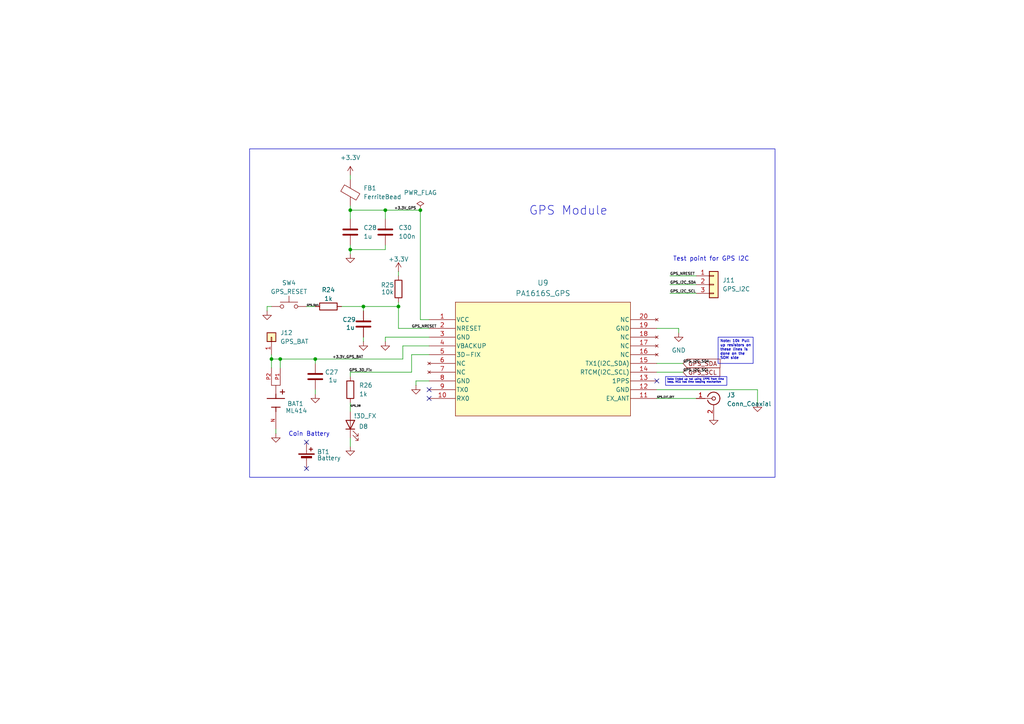
<source format=kicad_sch>
(kicad_sch
	(version 20250114)
	(generator "eeschema")
	(generator_version "9.0")
	(uuid "73cd436f-3bc8-4bdd-8a0e-de2952d92e67")
	(paper "A4")
	(lib_symbols
		(symbol "Connector:Conn_Coaxial"
			(pin_names
				(offset 1.016)
				(hide yes)
			)
			(exclude_from_sim no)
			(in_bom yes)
			(on_board yes)
			(property "Reference" "J"
				(at 0.254 3.048 0)
				(effects
					(font
						(size 1.27 1.27)
					)
				)
			)
			(property "Value" "Conn_Coaxial"
				(at 2.921 0 90)
				(effects
					(font
						(size 1.27 1.27)
					)
				)
			)
			(property "Footprint" ""
				(at 0 0 0)
				(effects
					(font
						(size 1.27 1.27)
					)
					(hide yes)
				)
			)
			(property "Datasheet" "~"
				(at 0 0 0)
				(effects
					(font
						(size 1.27 1.27)
					)
					(hide yes)
				)
			)
			(property "Description" "coaxial connector (BNC, SMA, SMB, SMC, Cinch/RCA, LEMO, ...)"
				(at 0 0 0)
				(effects
					(font
						(size 1.27 1.27)
					)
					(hide yes)
				)
			)
			(property "ki_keywords" "BNC SMA SMB SMC LEMO coaxial connector CINCH RCA MCX MMCX U.FL UMRF"
				(at 0 0 0)
				(effects
					(font
						(size 1.27 1.27)
					)
					(hide yes)
				)
			)
			(property "ki_fp_filters" "*BNC* *SMA* *SMB* *SMC* *Cinch* *LEMO* *UMRF* *MCX* *U.FL*"
				(at 0 0 0)
				(effects
					(font
						(size 1.27 1.27)
					)
					(hide yes)
				)
			)
			(symbol "Conn_Coaxial_0_1"
				(polyline
					(pts
						(xy -2.54 0) (xy -0.508 0)
					)
					(stroke
						(width 0)
						(type default)
					)
					(fill
						(type none)
					)
				)
				(arc
					(start 1.778 0)
					(mid 0.222 -1.8079)
					(end -1.778 -0.508)
					(stroke
						(width 0.254)
						(type default)
					)
					(fill
						(type none)
					)
				)
				(arc
					(start -1.778 0.508)
					(mid 0.2221 1.8084)
					(end 1.778 0)
					(stroke
						(width 0.254)
						(type default)
					)
					(fill
						(type none)
					)
				)
				(circle
					(center 0 0)
					(radius 0.508)
					(stroke
						(width 0.2032)
						(type default)
					)
					(fill
						(type none)
					)
				)
				(polyline
					(pts
						(xy 0 -2.54) (xy 0 -1.778)
					)
					(stroke
						(width 0)
						(type default)
					)
					(fill
						(type none)
					)
				)
			)
			(symbol "Conn_Coaxial_1_1"
				(pin passive line
					(at -5.08 0 0)
					(length 2.54)
					(name "In"
						(effects
							(font
								(size 1.27 1.27)
							)
						)
					)
					(number "1"
						(effects
							(font
								(size 1.27 1.27)
							)
						)
					)
				)
				(pin passive line
					(at 0 -5.08 90)
					(length 2.54)
					(name "Ext"
						(effects
							(font
								(size 1.27 1.27)
							)
						)
					)
					(number "2"
						(effects
							(font
								(size 1.27 1.27)
							)
						)
					)
				)
			)
			(embedded_fonts no)
		)
		(symbol "Connector_Generic:Conn_01x01"
			(pin_names
				(offset 1.016)
				(hide yes)
			)
			(exclude_from_sim no)
			(in_bom yes)
			(on_board yes)
			(property "Reference" "J"
				(at 0 2.54 0)
				(effects
					(font
						(size 1.27 1.27)
					)
				)
			)
			(property "Value" "Conn_01x01"
				(at 0 -2.54 0)
				(effects
					(font
						(size 1.27 1.27)
					)
				)
			)
			(property "Footprint" ""
				(at 0 0 0)
				(effects
					(font
						(size 1.27 1.27)
					)
					(hide yes)
				)
			)
			(property "Datasheet" "~"
				(at 0 0 0)
				(effects
					(font
						(size 1.27 1.27)
					)
					(hide yes)
				)
			)
			(property "Description" "Generic connector, single row, 01x01, script generated (kicad-library-utils/schlib/autogen/connector/)"
				(at 0 0 0)
				(effects
					(font
						(size 1.27 1.27)
					)
					(hide yes)
				)
			)
			(property "ki_keywords" "connector"
				(at 0 0 0)
				(effects
					(font
						(size 1.27 1.27)
					)
					(hide yes)
				)
			)
			(property "ki_fp_filters" "Connector*:*_1x??_*"
				(at 0 0 0)
				(effects
					(font
						(size 1.27 1.27)
					)
					(hide yes)
				)
			)
			(symbol "Conn_01x01_1_1"
				(rectangle
					(start -1.27 1.27)
					(end 1.27 -1.27)
					(stroke
						(width 0.254)
						(type default)
					)
					(fill
						(type background)
					)
				)
				(rectangle
					(start -1.27 0.127)
					(end 0 -0.127)
					(stroke
						(width 0.1524)
						(type default)
					)
					(fill
						(type none)
					)
				)
				(pin passive line
					(at -5.08 0 0)
					(length 3.81)
					(name "Pin_1"
						(effects
							(font
								(size 1.27 1.27)
							)
						)
					)
					(number "1"
						(effects
							(font
								(size 1.27 1.27)
							)
						)
					)
				)
			)
			(embedded_fonts no)
		)
		(symbol "Connector_Generic:Conn_01x03"
			(pin_names
				(offset 1.016)
				(hide yes)
			)
			(exclude_from_sim no)
			(in_bom yes)
			(on_board yes)
			(property "Reference" "J"
				(at 0 5.08 0)
				(effects
					(font
						(size 1.27 1.27)
					)
				)
			)
			(property "Value" "Conn_01x03"
				(at 0 -5.08 0)
				(effects
					(font
						(size 1.27 1.27)
					)
				)
			)
			(property "Footprint" ""
				(at 0 0 0)
				(effects
					(font
						(size 1.27 1.27)
					)
					(hide yes)
				)
			)
			(property "Datasheet" "~"
				(at 0 0 0)
				(effects
					(font
						(size 1.27 1.27)
					)
					(hide yes)
				)
			)
			(property "Description" "Generic connector, single row, 01x03, script generated (kicad-library-utils/schlib/autogen/connector/)"
				(at 0 0 0)
				(effects
					(font
						(size 1.27 1.27)
					)
					(hide yes)
				)
			)
			(property "ki_keywords" "connector"
				(at 0 0 0)
				(effects
					(font
						(size 1.27 1.27)
					)
					(hide yes)
				)
			)
			(property "ki_fp_filters" "Connector*:*_1x??_*"
				(at 0 0 0)
				(effects
					(font
						(size 1.27 1.27)
					)
					(hide yes)
				)
			)
			(symbol "Conn_01x03_1_1"
				(rectangle
					(start -1.27 3.81)
					(end 1.27 -3.81)
					(stroke
						(width 0.254)
						(type default)
					)
					(fill
						(type background)
					)
				)
				(rectangle
					(start -1.27 2.667)
					(end 0 2.413)
					(stroke
						(width 0.1524)
						(type default)
					)
					(fill
						(type none)
					)
				)
				(rectangle
					(start -1.27 0.127)
					(end 0 -0.127)
					(stroke
						(width 0.1524)
						(type default)
					)
					(fill
						(type none)
					)
				)
				(rectangle
					(start -1.27 -2.413)
					(end 0 -2.667)
					(stroke
						(width 0.1524)
						(type default)
					)
					(fill
						(type none)
					)
				)
				(pin passive line
					(at -5.08 2.54 0)
					(length 3.81)
					(name "Pin_1"
						(effects
							(font
								(size 1.27 1.27)
							)
						)
					)
					(number "1"
						(effects
							(font
								(size 1.27 1.27)
							)
						)
					)
				)
				(pin passive line
					(at -5.08 0 0)
					(length 3.81)
					(name "Pin_2"
						(effects
							(font
								(size 1.27 1.27)
							)
						)
					)
					(number "2"
						(effects
							(font
								(size 1.27 1.27)
							)
						)
					)
				)
				(pin passive line
					(at -5.08 -2.54 0)
					(length 3.81)
					(name "Pin_3"
						(effects
							(font
								(size 1.27 1.27)
							)
						)
					)
					(number "3"
						(effects
							(font
								(size 1.27 1.27)
							)
						)
					)
				)
			)
			(embedded_fonts no)
		)
		(symbol "DataAcqLeaderBoard-Symbols:2994TR"
			(exclude_from_sim no)
			(in_bom yes)
			(on_board yes)
			(property "Reference" "BAT"
				(at 0 4.318 0)
				(effects
					(font
						(size 1.27 1.27)
					)
				)
			)
			(property "Value" "ML414"
				(at 0 -4.318 0)
				(effects
					(font
						(size 1.27 1.27)
					)
				)
			)
			(property "Footprint" "DataAcqLeaderBoard-Footprints:BAT_2994TR"
				(at 2.54 -7.874 0)
				(effects
					(font
						(size 1.27 1.27)
					)
					(hide yes)
				)
			)
			(property "Datasheet" "https://www.mouser.com/ProductDetail/Keystone-Electronics/2994TR?qs=BMR1h6ig6pBQGK4xQ7FwKQ%3D%3D"
				(at 2.032 -11.176 0)
				(effects
					(font
						(size 1.27 1.27)
					)
					(hide yes)
				)
			)
			(property "Description" ""
				(at 0 -5.08 0)
				(effects
					(font
						(size 1.27 1.27)
					)
					(hide yes)
				)
			)
			(symbol "2994TR_0_0"
				(polyline
					(pts
						(xy -1.27 0) (xy -2.54 0)
					)
					(stroke
						(width 0.254)
						(type default)
					)
					(fill
						(type none)
					)
				)
				(polyline
					(pts
						(xy -1.27 0) (xy -1.27 1.27)
					)
					(stroke
						(width 0.254)
						(type default)
					)
					(fill
						(type none)
					)
				)
				(polyline
					(pts
						(xy -1.27 -1.27) (xy -1.27 0)
					)
					(stroke
						(width 0.254)
						(type default)
					)
					(fill
						(type none)
					)
				)
				(polyline
					(pts
						(xy 1.27 0) (xy 1.27 2.54)
					)
					(stroke
						(width 0.254)
						(type default)
					)
					(fill
						(type none)
					)
				)
				(polyline
					(pts
						(xy 1.27 0) (xy 2.54 0)
					)
					(stroke
						(width 0.254)
						(type default)
					)
					(fill
						(type none)
					)
				)
				(polyline
					(pts
						(xy 1.27 -2.54) (xy 1.27 0)
					)
					(stroke
						(width 0.254)
						(type default)
					)
					(fill
						(type none)
					)
				)
				(polyline
					(pts
						(xy 3.175 -2.54) (xy 3.175 -1.27)
					)
					(stroke
						(width 0.254)
						(type default)
					)
					(fill
						(type none)
					)
				)
				(polyline
					(pts
						(xy 3.81 -1.905) (xy 2.54 -1.905)
					)
					(stroke
						(width 0.254)
						(type default)
					)
					(fill
						(type none)
					)
				)
				(pin power_in line
					(at -7.62 0 0)
					(length 5.08)
					(name "~"
						(effects
							(font
								(size 1.016 1.016)
							)
						)
					)
					(number "N"
						(effects
							(font
								(size 1.016 1.016)
							)
						)
					)
				)
				(pin power_out line
					(at 10.16 1.27 180)
					(length 5.08)
					(name "~"
						(effects
							(font
								(size 1.016 1.016)
							)
						)
					)
					(number "P2"
						(effects
							(font
								(size 1.016 1.016)
							)
						)
					)
				)
				(pin power_out line
					(at 10.16 -1.27 180)
					(length 5.08)
					(name "~"
						(effects
							(font
								(size 1.016 1.016)
							)
						)
					)
					(number "P1"
						(effects
							(font
								(size 1.016 1.016)
							)
						)
					)
				)
			)
			(symbol "2994TR_0_1"
				(polyline
					(pts
						(xy 2.54 0) (xy 5.08 0) (xy 5.08 -1.27) (xy 5.08 1.27)
					)
					(stroke
						(width 0)
						(type default)
					)
					(fill
						(type none)
					)
				)
			)
			(embedded_fonts no)
		)
		(symbol "DataAcqLeaderBoard-Symbols:PA1616S_GPS"
			(pin_names
				(offset 0.254)
			)
			(exclude_from_sim no)
			(in_bom yes)
			(on_board yes)
			(property "Reference" "U"
				(at 29.21 7.62 0)
				(effects
					(font
						(size 1.524 1.524)
					)
				)
			)
			(property "Value" ""
				(at 39.37 7.874 0)
				(effects
					(font
						(size 1.524 1.524)
					)
				)
			)
			(property "Footprint" "DataAcqLeaderBoard-Footprints:PA1616S_ADA"
				(at 30.988 13.97 0)
				(effects
					(font
						(size 1.27 1.27)
						(italic yes)
					)
					(hide yes)
				)
			)
			(property "Datasheet" "https://cdn-shop.adafruit.com/product-files/746/CD+PA1616S+Datasheet.v03.pdf"
				(at 49.53 10.414 0)
				(effects
					(font
						(size 1.27 1.27)
						(italic yes)
					)
					(hide yes)
				)
			)
			(property "Description" ""
				(at 0 0 0)
				(effects
					(font
						(size 1.27 1.27)
					)
					(hide yes)
				)
			)
			(property "ki_keywords" "PA1616S_GPS"
				(at 0 0 0)
				(effects
					(font
						(size 1.27 1.27)
					)
					(hide yes)
				)
			)
			(property "ki_fp_filters" "PA1616S_ADA"
				(at 0 0 0)
				(effects
					(font
						(size 1.27 1.27)
					)
					(hide yes)
				)
			)
			(symbol "PA1616S_GPS_1_1"
				(rectangle
					(start 7.62 5.08)
					(end 58.42 -27.94)
					(stroke
						(width 0)
						(type default)
					)
					(fill
						(type background)
					)
				)
				(pin power_in line
					(at 0 0 0)
					(length 7.62)
					(name "VCC"
						(effects
							(font
								(size 1.27 1.27)
							)
						)
					)
					(number "1"
						(effects
							(font
								(size 1.27 1.27)
							)
						)
					)
				)
				(pin input line
					(at 0 -2.54 0)
					(length 7.62)
					(name "NRESET"
						(effects
							(font
								(size 1.27 1.27)
							)
						)
					)
					(number "2"
						(effects
							(font
								(size 1.27 1.27)
							)
						)
					)
				)
				(pin power_out line
					(at 0 -5.08 0)
					(length 7.62)
					(name "GND"
						(effects
							(font
								(size 1.27 1.27)
							)
						)
					)
					(number "3"
						(effects
							(font
								(size 1.27 1.27)
							)
						)
					)
				)
				(pin power_in line
					(at 0 -7.62 0)
					(length 7.62)
					(name "VBACKUP"
						(effects
							(font
								(size 1.27 1.27)
							)
						)
					)
					(number "4"
						(effects
							(font
								(size 1.27 1.27)
							)
						)
					)
				)
				(pin output line
					(at 0 -10.16 0)
					(length 7.62)
					(name "3D-FIX"
						(effects
							(font
								(size 1.27 1.27)
							)
						)
					)
					(number "5"
						(effects
							(font
								(size 1.27 1.27)
							)
						)
					)
				)
				(pin no_connect line
					(at 0 -12.7 0)
					(length 7.62)
					(name "NC"
						(effects
							(font
								(size 1.27 1.27)
							)
						)
					)
					(number "6"
						(effects
							(font
								(size 1.27 1.27)
							)
						)
					)
				)
				(pin no_connect line
					(at 0 -15.24 0)
					(length 7.62)
					(name "NC"
						(effects
							(font
								(size 1.27 1.27)
							)
						)
					)
					(number "7"
						(effects
							(font
								(size 1.27 1.27)
							)
						)
					)
				)
				(pin power_out line
					(at 0 -17.78 0)
					(length 7.62)
					(name "GND"
						(effects
							(font
								(size 1.27 1.27)
							)
						)
					)
					(number "8"
						(effects
							(font
								(size 1.27 1.27)
							)
						)
					)
				)
				(pin output line
					(at 0 -20.32 0)
					(length 7.62)
					(name "TX0"
						(effects
							(font
								(size 1.27 1.27)
							)
						)
					)
					(number "9"
						(effects
							(font
								(size 1.27 1.27)
							)
						)
					)
				)
				(pin input line
					(at 0 -22.86 0)
					(length 7.62)
					(name "RX0"
						(effects
							(font
								(size 1.27 1.27)
							)
						)
					)
					(number "10"
						(effects
							(font
								(size 1.27 1.27)
							)
						)
					)
				)
				(pin no_connect line
					(at 66.04 0 180)
					(length 7.62)
					(name "NC"
						(effects
							(font
								(size 1.27 1.27)
							)
						)
					)
					(number "20"
						(effects
							(font
								(size 1.27 1.27)
							)
						)
					)
				)
				(pin power_out line
					(at 66.04 -2.54 180)
					(length 7.62)
					(name "GND"
						(effects
							(font
								(size 1.27 1.27)
							)
						)
					)
					(number "19"
						(effects
							(font
								(size 1.27 1.27)
							)
						)
					)
				)
				(pin no_connect line
					(at 66.04 -5.08 180)
					(length 7.62)
					(name "NC"
						(effects
							(font
								(size 1.27 1.27)
							)
						)
					)
					(number "18"
						(effects
							(font
								(size 1.27 1.27)
							)
						)
					)
				)
				(pin no_connect line
					(at 66.04 -7.62 180)
					(length 7.62)
					(name "NC"
						(effects
							(font
								(size 1.27 1.27)
							)
						)
					)
					(number "17"
						(effects
							(font
								(size 1.27 1.27)
							)
						)
					)
				)
				(pin no_connect line
					(at 66.04 -10.16 180)
					(length 7.62)
					(name "NC"
						(effects
							(font
								(size 1.27 1.27)
							)
						)
					)
					(number "16"
						(effects
							(font
								(size 1.27 1.27)
							)
						)
					)
				)
				(pin output line
					(at 66.04 -12.7 180)
					(length 7.62)
					(name "TX1(I2C_SDA)"
						(effects
							(font
								(size 1.27 1.27)
							)
						)
					)
					(number "15"
						(effects
							(font
								(size 1.27 1.27)
							)
						)
					)
				)
				(pin input line
					(at 66.04 -15.24 180)
					(length 7.62)
					(name "RTCM(I2C_SCL)"
						(effects
							(font
								(size 1.27 1.27)
							)
						)
					)
					(number "14"
						(effects
							(font
								(size 1.27 1.27)
							)
						)
					)
				)
				(pin output line
					(at 66.04 -17.78 180)
					(length 7.62)
					(name "1PPS"
						(effects
							(font
								(size 1.27 1.27)
							)
						)
					)
					(number "13"
						(effects
							(font
								(size 1.27 1.27)
							)
						)
					)
				)
				(pin power_out line
					(at 66.04 -20.32 180)
					(length 7.62)
					(name "GND"
						(effects
							(font
								(size 1.27 1.27)
							)
						)
					)
					(number "12"
						(effects
							(font
								(size 1.27 1.27)
							)
						)
					)
				)
				(pin input line
					(at 66.04 -22.86 180)
					(length 7.62)
					(name "EX_ANT"
						(effects
							(font
								(size 1.27 1.27)
							)
						)
					)
					(number "11"
						(effects
							(font
								(size 1.27 1.27)
							)
						)
					)
				)
			)
			(embedded_fonts no)
		)
		(symbol "Device:Battery_Cell"
			(pin_numbers
				(hide yes)
			)
			(pin_names
				(offset 0)
				(hide yes)
			)
			(exclude_from_sim no)
			(in_bom yes)
			(on_board yes)
			(property "Reference" "BT"
				(at 2.54 2.54 0)
				(effects
					(font
						(size 1.27 1.27)
					)
					(justify left)
				)
			)
			(property "Value" "Battery_Cell"
				(at 2.54 0 0)
				(effects
					(font
						(size 1.27 1.27)
					)
					(justify left)
				)
			)
			(property "Footprint" ""
				(at 0 1.524 90)
				(effects
					(font
						(size 1.27 1.27)
					)
					(hide yes)
				)
			)
			(property "Datasheet" "~"
				(at 0 1.524 90)
				(effects
					(font
						(size 1.27 1.27)
					)
					(hide yes)
				)
			)
			(property "Description" "Single-cell battery"
				(at 0 0 0)
				(effects
					(font
						(size 1.27 1.27)
					)
					(hide yes)
				)
			)
			(property "ki_keywords" "battery cell"
				(at 0 0 0)
				(effects
					(font
						(size 1.27 1.27)
					)
					(hide yes)
				)
			)
			(symbol "Battery_Cell_0_1"
				(rectangle
					(start -2.286 1.778)
					(end 2.286 1.524)
					(stroke
						(width 0)
						(type default)
					)
					(fill
						(type outline)
					)
				)
				(rectangle
					(start -1.524 1.016)
					(end 1.524 0.508)
					(stroke
						(width 0)
						(type default)
					)
					(fill
						(type outline)
					)
				)
				(polyline
					(pts
						(xy 0 1.778) (xy 0 2.54)
					)
					(stroke
						(width 0)
						(type default)
					)
					(fill
						(type none)
					)
				)
				(polyline
					(pts
						(xy 0 0.762) (xy 0 0)
					)
					(stroke
						(width 0)
						(type default)
					)
					(fill
						(type none)
					)
				)
				(polyline
					(pts
						(xy 0.762 3.048) (xy 1.778 3.048)
					)
					(stroke
						(width 0.254)
						(type default)
					)
					(fill
						(type none)
					)
				)
				(polyline
					(pts
						(xy 1.27 3.556) (xy 1.27 2.54)
					)
					(stroke
						(width 0.254)
						(type default)
					)
					(fill
						(type none)
					)
				)
			)
			(symbol "Battery_Cell_1_1"
				(pin passive line
					(at 0 5.08 270)
					(length 2.54)
					(name "+"
						(effects
							(font
								(size 1.27 1.27)
							)
						)
					)
					(number "1"
						(effects
							(font
								(size 1.27 1.27)
							)
						)
					)
				)
				(pin passive line
					(at 0 -2.54 90)
					(length 2.54)
					(name "-"
						(effects
							(font
								(size 1.27 1.27)
							)
						)
					)
					(number "2"
						(effects
							(font
								(size 1.27 1.27)
							)
						)
					)
				)
			)
			(embedded_fonts no)
		)
		(symbol "Device:C"
			(pin_numbers
				(hide yes)
			)
			(pin_names
				(offset 0.254)
			)
			(exclude_from_sim no)
			(in_bom yes)
			(on_board yes)
			(property "Reference" "C"
				(at 0.635 2.54 0)
				(effects
					(font
						(size 1.27 1.27)
					)
					(justify left)
				)
			)
			(property "Value" "C"
				(at 0.635 -2.54 0)
				(effects
					(font
						(size 1.27 1.27)
					)
					(justify left)
				)
			)
			(property "Footprint" ""
				(at 0.9652 -3.81 0)
				(effects
					(font
						(size 1.27 1.27)
					)
					(hide yes)
				)
			)
			(property "Datasheet" "~"
				(at 0 0 0)
				(effects
					(font
						(size 1.27 1.27)
					)
					(hide yes)
				)
			)
			(property "Description" "Unpolarized capacitor"
				(at 0 0 0)
				(effects
					(font
						(size 1.27 1.27)
					)
					(hide yes)
				)
			)
			(property "ki_keywords" "cap capacitor"
				(at 0 0 0)
				(effects
					(font
						(size 1.27 1.27)
					)
					(hide yes)
				)
			)
			(property "ki_fp_filters" "C_*"
				(at 0 0 0)
				(effects
					(font
						(size 1.27 1.27)
					)
					(hide yes)
				)
			)
			(symbol "C_0_1"
				(polyline
					(pts
						(xy -2.032 0.762) (xy 2.032 0.762)
					)
					(stroke
						(width 0.508)
						(type default)
					)
					(fill
						(type none)
					)
				)
				(polyline
					(pts
						(xy -2.032 -0.762) (xy 2.032 -0.762)
					)
					(stroke
						(width 0.508)
						(type default)
					)
					(fill
						(type none)
					)
				)
			)
			(symbol "C_1_1"
				(pin passive line
					(at 0 3.81 270)
					(length 2.794)
					(name "~"
						(effects
							(font
								(size 1.27 1.27)
							)
						)
					)
					(number "1"
						(effects
							(font
								(size 1.27 1.27)
							)
						)
					)
				)
				(pin passive line
					(at 0 -3.81 90)
					(length 2.794)
					(name "~"
						(effects
							(font
								(size 1.27 1.27)
							)
						)
					)
					(number "2"
						(effects
							(font
								(size 1.27 1.27)
							)
						)
					)
				)
			)
			(embedded_fonts no)
		)
		(symbol "Device:FerriteBead"
			(pin_numbers
				(hide yes)
			)
			(pin_names
				(offset 0)
			)
			(exclude_from_sim no)
			(in_bom yes)
			(on_board yes)
			(property "Reference" "FB"
				(at -3.81 0.635 90)
				(effects
					(font
						(size 1.27 1.27)
					)
				)
			)
			(property "Value" "FerriteBead"
				(at 3.81 0 90)
				(effects
					(font
						(size 1.27 1.27)
					)
				)
			)
			(property "Footprint" ""
				(at -1.778 0 90)
				(effects
					(font
						(size 1.27 1.27)
					)
					(hide yes)
				)
			)
			(property "Datasheet" "~"
				(at 0 0 0)
				(effects
					(font
						(size 1.27 1.27)
					)
					(hide yes)
				)
			)
			(property "Description" "Ferrite bead"
				(at 0 0 0)
				(effects
					(font
						(size 1.27 1.27)
					)
					(hide yes)
				)
			)
			(property "ki_keywords" "L ferrite bead inductor filter"
				(at 0 0 0)
				(effects
					(font
						(size 1.27 1.27)
					)
					(hide yes)
				)
			)
			(property "ki_fp_filters" "Inductor_* L_* *Ferrite*"
				(at 0 0 0)
				(effects
					(font
						(size 1.27 1.27)
					)
					(hide yes)
				)
			)
			(symbol "FerriteBead_0_1"
				(polyline
					(pts
						(xy -2.7686 0.4064) (xy -1.7018 2.2606) (xy 2.7686 -0.3048) (xy 1.6764 -2.159) (xy -2.7686 0.4064)
					)
					(stroke
						(width 0)
						(type default)
					)
					(fill
						(type none)
					)
				)
				(polyline
					(pts
						(xy 0 1.27) (xy 0 1.2954)
					)
					(stroke
						(width 0)
						(type default)
					)
					(fill
						(type none)
					)
				)
				(polyline
					(pts
						(xy 0 -1.27) (xy 0 -1.2192)
					)
					(stroke
						(width 0)
						(type default)
					)
					(fill
						(type none)
					)
				)
			)
			(symbol "FerriteBead_1_1"
				(pin passive line
					(at 0 3.81 270)
					(length 2.54)
					(name "~"
						(effects
							(font
								(size 1.27 1.27)
							)
						)
					)
					(number "1"
						(effects
							(font
								(size 1.27 1.27)
							)
						)
					)
				)
				(pin passive line
					(at 0 -3.81 90)
					(length 2.54)
					(name "~"
						(effects
							(font
								(size 1.27 1.27)
							)
						)
					)
					(number "2"
						(effects
							(font
								(size 1.27 1.27)
							)
						)
					)
				)
			)
			(embedded_fonts no)
		)
		(symbol "Device:LED"
			(pin_numbers
				(hide yes)
			)
			(pin_names
				(offset 1.016)
				(hide yes)
			)
			(exclude_from_sim no)
			(in_bom yes)
			(on_board yes)
			(property "Reference" "D"
				(at 0 2.54 0)
				(effects
					(font
						(size 1.27 1.27)
					)
				)
			)
			(property "Value" "LED"
				(at 0 -2.54 0)
				(effects
					(font
						(size 1.27 1.27)
					)
				)
			)
			(property "Footprint" ""
				(at 0 0 0)
				(effects
					(font
						(size 1.27 1.27)
					)
					(hide yes)
				)
			)
			(property "Datasheet" "~"
				(at 0 0 0)
				(effects
					(font
						(size 1.27 1.27)
					)
					(hide yes)
				)
			)
			(property "Description" "Light emitting diode"
				(at 0 0 0)
				(effects
					(font
						(size 1.27 1.27)
					)
					(hide yes)
				)
			)
			(property "ki_keywords" "LED diode"
				(at 0 0 0)
				(effects
					(font
						(size 1.27 1.27)
					)
					(hide yes)
				)
			)
			(property "ki_fp_filters" "LED* LED_SMD:* LED_THT:*"
				(at 0 0 0)
				(effects
					(font
						(size 1.27 1.27)
					)
					(hide yes)
				)
			)
			(symbol "LED_0_1"
				(polyline
					(pts
						(xy -3.048 -0.762) (xy -4.572 -2.286) (xy -3.81 -2.286) (xy -4.572 -2.286) (xy -4.572 -1.524)
					)
					(stroke
						(width 0)
						(type default)
					)
					(fill
						(type none)
					)
				)
				(polyline
					(pts
						(xy -1.778 -0.762) (xy -3.302 -2.286) (xy -2.54 -2.286) (xy -3.302 -2.286) (xy -3.302 -1.524)
					)
					(stroke
						(width 0)
						(type default)
					)
					(fill
						(type none)
					)
				)
				(polyline
					(pts
						(xy -1.27 0) (xy 1.27 0)
					)
					(stroke
						(width 0)
						(type default)
					)
					(fill
						(type none)
					)
				)
				(polyline
					(pts
						(xy -1.27 -1.27) (xy -1.27 1.27)
					)
					(stroke
						(width 0.254)
						(type default)
					)
					(fill
						(type none)
					)
				)
				(polyline
					(pts
						(xy 1.27 -1.27) (xy 1.27 1.27) (xy -1.27 0) (xy 1.27 -1.27)
					)
					(stroke
						(width 0.254)
						(type default)
					)
					(fill
						(type none)
					)
				)
			)
			(symbol "LED_1_1"
				(pin passive line
					(at -3.81 0 0)
					(length 2.54)
					(name "K"
						(effects
							(font
								(size 1.27 1.27)
							)
						)
					)
					(number "1"
						(effects
							(font
								(size 1.27 1.27)
							)
						)
					)
				)
				(pin passive line
					(at 3.81 0 180)
					(length 2.54)
					(name "A"
						(effects
							(font
								(size 1.27 1.27)
							)
						)
					)
					(number "2"
						(effects
							(font
								(size 1.27 1.27)
							)
						)
					)
				)
			)
			(embedded_fonts no)
		)
		(symbol "Device:R"
			(pin_numbers
				(hide yes)
			)
			(pin_names
				(offset 0)
			)
			(exclude_from_sim no)
			(in_bom yes)
			(on_board yes)
			(property "Reference" "R"
				(at 2.032 0 90)
				(effects
					(font
						(size 1.27 1.27)
					)
				)
			)
			(property "Value" "R"
				(at 0 0 90)
				(effects
					(font
						(size 1.27 1.27)
					)
				)
			)
			(property "Footprint" ""
				(at -1.778 0 90)
				(effects
					(font
						(size 1.27 1.27)
					)
					(hide yes)
				)
			)
			(property "Datasheet" "~"
				(at 0 0 0)
				(effects
					(font
						(size 1.27 1.27)
					)
					(hide yes)
				)
			)
			(property "Description" "Resistor"
				(at 0 0 0)
				(effects
					(font
						(size 1.27 1.27)
					)
					(hide yes)
				)
			)
			(property "ki_keywords" "R res resistor"
				(at 0 0 0)
				(effects
					(font
						(size 1.27 1.27)
					)
					(hide yes)
				)
			)
			(property "ki_fp_filters" "R_*"
				(at 0 0 0)
				(effects
					(font
						(size 1.27 1.27)
					)
					(hide yes)
				)
			)
			(symbol "R_0_1"
				(rectangle
					(start -1.016 -2.54)
					(end 1.016 2.54)
					(stroke
						(width 0.254)
						(type default)
					)
					(fill
						(type none)
					)
				)
			)
			(symbol "R_1_1"
				(pin passive line
					(at 0 3.81 270)
					(length 1.27)
					(name "~"
						(effects
							(font
								(size 1.27 1.27)
							)
						)
					)
					(number "1"
						(effects
							(font
								(size 1.27 1.27)
							)
						)
					)
				)
				(pin passive line
					(at 0 -3.81 90)
					(length 1.27)
					(name "~"
						(effects
							(font
								(size 1.27 1.27)
							)
						)
					)
					(number "2"
						(effects
							(font
								(size 1.27 1.27)
							)
						)
					)
				)
			)
			(embedded_fonts no)
		)
		(symbol "Switch:SW_Push"
			(pin_numbers
				(hide yes)
			)
			(pin_names
				(offset 1.016)
				(hide yes)
			)
			(exclude_from_sim no)
			(in_bom yes)
			(on_board yes)
			(property "Reference" "SW"
				(at 1.27 2.54 0)
				(effects
					(font
						(size 1.27 1.27)
					)
					(justify left)
				)
			)
			(property "Value" "SW_Push"
				(at 0 -1.524 0)
				(effects
					(font
						(size 1.27 1.27)
					)
				)
			)
			(property "Footprint" ""
				(at 0 5.08 0)
				(effects
					(font
						(size 1.27 1.27)
					)
					(hide yes)
				)
			)
			(property "Datasheet" "~"
				(at 0 5.08 0)
				(effects
					(font
						(size 1.27 1.27)
					)
					(hide yes)
				)
			)
			(property "Description" "Push button switch, generic, two pins"
				(at 0 0 0)
				(effects
					(font
						(size 1.27 1.27)
					)
					(hide yes)
				)
			)
			(property "ki_keywords" "switch normally-open pushbutton push-button"
				(at 0 0 0)
				(effects
					(font
						(size 1.27 1.27)
					)
					(hide yes)
				)
			)
			(symbol "SW_Push_0_1"
				(circle
					(center -2.032 0)
					(radius 0.508)
					(stroke
						(width 0)
						(type default)
					)
					(fill
						(type none)
					)
				)
				(polyline
					(pts
						(xy 0 1.27) (xy 0 3.048)
					)
					(stroke
						(width 0)
						(type default)
					)
					(fill
						(type none)
					)
				)
				(circle
					(center 2.032 0)
					(radius 0.508)
					(stroke
						(width 0)
						(type default)
					)
					(fill
						(type none)
					)
				)
				(polyline
					(pts
						(xy 2.54 1.27) (xy -2.54 1.27)
					)
					(stroke
						(width 0)
						(type default)
					)
					(fill
						(type none)
					)
				)
				(pin passive line
					(at -5.08 0 0)
					(length 2.54)
					(name "1"
						(effects
							(font
								(size 1.27 1.27)
							)
						)
					)
					(number "1"
						(effects
							(font
								(size 1.27 1.27)
							)
						)
					)
				)
				(pin passive line
					(at 5.08 0 180)
					(length 2.54)
					(name "2"
						(effects
							(font
								(size 1.27 1.27)
							)
						)
					)
					(number "2"
						(effects
							(font
								(size 1.27 1.27)
							)
						)
					)
				)
			)
			(embedded_fonts no)
		)
		(symbol "power:+3.3V"
			(power)
			(pin_numbers
				(hide yes)
			)
			(pin_names
				(offset 0)
				(hide yes)
			)
			(exclude_from_sim no)
			(in_bom yes)
			(on_board yes)
			(property "Reference" "#PWR"
				(at 0 -3.81 0)
				(effects
					(font
						(size 1.27 1.27)
					)
					(hide yes)
				)
			)
			(property "Value" "+3.3V"
				(at 0 3.556 0)
				(effects
					(font
						(size 1.27 1.27)
					)
				)
			)
			(property "Footprint" ""
				(at 0 0 0)
				(effects
					(font
						(size 1.27 1.27)
					)
					(hide yes)
				)
			)
			(property "Datasheet" ""
				(at 0 0 0)
				(effects
					(font
						(size 1.27 1.27)
					)
					(hide yes)
				)
			)
			(property "Description" "Power symbol creates a global label with name \"+3.3V\""
				(at 0 0 0)
				(effects
					(font
						(size 1.27 1.27)
					)
					(hide yes)
				)
			)
			(property "ki_keywords" "global power"
				(at 0 0 0)
				(effects
					(font
						(size 1.27 1.27)
					)
					(hide yes)
				)
			)
			(symbol "+3.3V_0_1"
				(polyline
					(pts
						(xy -0.762 1.27) (xy 0 2.54)
					)
					(stroke
						(width 0)
						(type default)
					)
					(fill
						(type none)
					)
				)
				(polyline
					(pts
						(xy 0 2.54) (xy 0.762 1.27)
					)
					(stroke
						(width 0)
						(type default)
					)
					(fill
						(type none)
					)
				)
				(polyline
					(pts
						(xy 0 0) (xy 0 2.54)
					)
					(stroke
						(width 0)
						(type default)
					)
					(fill
						(type none)
					)
				)
			)
			(symbol "+3.3V_1_1"
				(pin power_in line
					(at 0 0 90)
					(length 0)
					(name "~"
						(effects
							(font
								(size 1.27 1.27)
							)
						)
					)
					(number "1"
						(effects
							(font
								(size 1.27 1.27)
							)
						)
					)
				)
			)
			(embedded_fonts no)
		)
		(symbol "power:GND"
			(power)
			(pin_numbers
				(hide yes)
			)
			(pin_names
				(offset 0)
				(hide yes)
			)
			(exclude_from_sim no)
			(in_bom yes)
			(on_board yes)
			(property "Reference" "#PWR"
				(at 0 -6.35 0)
				(effects
					(font
						(size 1.27 1.27)
					)
					(hide yes)
				)
			)
			(property "Value" "GND"
				(at 0 -3.81 0)
				(effects
					(font
						(size 1.27 1.27)
					)
				)
			)
			(property "Footprint" ""
				(at 0 0 0)
				(effects
					(font
						(size 1.27 1.27)
					)
					(hide yes)
				)
			)
			(property "Datasheet" ""
				(at 0 0 0)
				(effects
					(font
						(size 1.27 1.27)
					)
					(hide yes)
				)
			)
			(property "Description" "Power symbol creates a global label with name \"GND\" , ground"
				(at 0 0 0)
				(effects
					(font
						(size 1.27 1.27)
					)
					(hide yes)
				)
			)
			(property "ki_keywords" "global power"
				(at 0 0 0)
				(effects
					(font
						(size 1.27 1.27)
					)
					(hide yes)
				)
			)
			(symbol "GND_0_1"
				(polyline
					(pts
						(xy 0 0) (xy 0 -1.27) (xy 1.27 -1.27) (xy 0 -2.54) (xy -1.27 -1.27) (xy 0 -1.27)
					)
					(stroke
						(width 0)
						(type default)
					)
					(fill
						(type none)
					)
				)
			)
			(symbol "GND_1_1"
				(pin power_in line
					(at 0 0 270)
					(length 0)
					(name "~"
						(effects
							(font
								(size 1.27 1.27)
							)
						)
					)
					(number "1"
						(effects
							(font
								(size 1.27 1.27)
							)
						)
					)
				)
			)
			(embedded_fonts no)
		)
		(symbol "power:PWR_FLAG"
			(power)
			(pin_numbers
				(hide yes)
			)
			(pin_names
				(offset 0)
				(hide yes)
			)
			(exclude_from_sim no)
			(in_bom yes)
			(on_board yes)
			(property "Reference" "#FLG"
				(at 0 1.905 0)
				(effects
					(font
						(size 1.27 1.27)
					)
					(hide yes)
				)
			)
			(property "Value" "PWR_FLAG"
				(at 0 3.81 0)
				(effects
					(font
						(size 1.27 1.27)
					)
				)
			)
			(property "Footprint" ""
				(at 0 0 0)
				(effects
					(font
						(size 1.27 1.27)
					)
					(hide yes)
				)
			)
			(property "Datasheet" "~"
				(at 0 0 0)
				(effects
					(font
						(size 1.27 1.27)
					)
					(hide yes)
				)
			)
			(property "Description" "Special symbol for telling ERC where power comes from"
				(at 0 0 0)
				(effects
					(font
						(size 1.27 1.27)
					)
					(hide yes)
				)
			)
			(property "ki_keywords" "flag power"
				(at 0 0 0)
				(effects
					(font
						(size 1.27 1.27)
					)
					(hide yes)
				)
			)
			(symbol "PWR_FLAG_0_0"
				(pin power_out line
					(at 0 0 90)
					(length 0)
					(name "~"
						(effects
							(font
								(size 1.27 1.27)
							)
						)
					)
					(number "1"
						(effects
							(font
								(size 1.27 1.27)
							)
						)
					)
				)
			)
			(symbol "PWR_FLAG_0_1"
				(polyline
					(pts
						(xy 0 0) (xy 0 1.27) (xy -1.016 1.905) (xy 0 2.54) (xy 1.016 1.905) (xy 0 1.27)
					)
					(stroke
						(width 0)
						(type default)
					)
					(fill
						(type none)
					)
				)
			)
			(embedded_fonts no)
		)
	)
	(rectangle
		(start 72.39 43.18)
		(end 224.79 138.43)
		(stroke
			(width 0)
			(type default)
		)
		(fill
			(type none)
		)
		(uuid 2b154950-910a-427c-951a-3d3b341d9b13)
	)
	(text "GPS Module"
		(exclude_from_sim no)
		(at 164.846 61.214 0)
		(effects
			(font
				(size 2.54 2.54)
			)
		)
		(uuid "58850e2e-7bfb-4205-bab3-c9c9a0b15a77")
	)
	(text "Coin Battery"
		(exclude_from_sim no)
		(at 89.662 125.984 0)
		(effects
			(font
				(size 1.27 1.27)
			)
		)
		(uuid "69271fb4-dddb-45ae-b28c-8c55690ccdf4")
	)
	(text "Test point for GPS I2C\n"
		(exclude_from_sim no)
		(at 206.248 75.184 0)
		(effects
			(font
				(size 1.27 1.27)
			)
		)
		(uuid "bee2be97-58c5-4eaa-b708-963e3facfcd1")
	)
	(text_box "Note: 10k Pull up resistors on these lines is done on the SOM side"
		(exclude_from_sim no)
		(at 208.28 97.79 0)
		(size 10.16 7.62)
		(margins 0.5715 0.5715 0.5715 0.5715)
		(stroke
			(width 0)
			(type default)
		)
		(fill
			(type none)
		)
		(effects
			(font
				(size 0.762 0.762)
			)
			(justify left top)
		)
		(uuid "45811ec7-fa00-49c1-bba4-9d48d9c17344")
	)
	(text_box "Note: Ended up not using 1PPS from time keep. MCU has time keeping mechanism"
		(exclude_from_sim no)
		(at 193.04 109.22 0)
		(size 17.78 2.54)
		(margins 0.381 0.381 0.381 0.381)
		(stroke
			(width 0)
			(type default)
		)
		(fill
			(type none)
		)
		(effects
			(font
				(size 0.508 0.508)
			)
			(justify left top)
		)
		(uuid "d8e4b7f6-adff-4daa-8871-41da394f9e98")
	)
	(junction
		(at 101.6 60.96)
		(diameter 0)
		(color 0 0 0 0)
		(uuid "043744a4-f692-4e57-ac5a-dd216b10e114")
	)
	(junction
		(at 115.57 88.9)
		(diameter 0)
		(color 0 0 0 0)
		(uuid "144a7a72-b090-42be-95a3-261c5fc75681")
	)
	(junction
		(at 101.6 72.39)
		(diameter 0)
		(color 0 0 0 0)
		(uuid "2a636271-6981-445b-b5fc-11c74c876ea2")
	)
	(junction
		(at 91.44 104.14)
		(diameter 0)
		(color 0 0 0 0)
		(uuid "3368fd07-9ff8-42d3-84f3-d156b86cd2ca")
	)
	(junction
		(at 111.76 60.96)
		(diameter 0)
		(color 0 0 0 0)
		(uuid "49e27b58-eaec-4bd7-ba38-93b0aa811471")
	)
	(junction
		(at 105.41 88.9)
		(diameter 0)
		(color 0 0 0 0)
		(uuid "68387d1a-38ac-4023-a058-b448821cebbc")
	)
	(junction
		(at 121.92 60.96)
		(diameter 0)
		(color 0 0 0 0)
		(uuid "c6cb4ed4-e4da-4eda-bde0-cddb718eff43")
	)
	(junction
		(at 81.28 104.14)
		(diameter 0)
		(color 0 0 0 0)
		(uuid "dca22dd1-002f-4160-bfe7-e7ede38fcbf3")
	)
	(junction
		(at 78.74 104.14)
		(diameter 0)
		(color 0 0 0 0)
		(uuid "e6248341-64a9-4677-adbb-c8612615860f")
	)
	(no_connect
		(at 190.5 110.49)
		(uuid "663f398d-1181-40db-a42f-9009c4da5c3d")
	)
	(no_connect
		(at 88.9 135.89)
		(uuid "7a85417e-4849-4352-85b5-963f9da0c4ba")
	)
	(no_connect
		(at 124.46 113.03)
		(uuid "8c25bdf1-3ca8-4046-b9b7-b177ce1fc4ac")
	)
	(no_connect
		(at 124.46 115.57)
		(uuid "8f875313-141f-414c-80c0-00ccd6d8bb66")
	)
	(no_connect
		(at 88.9 128.27)
		(uuid "e624c86d-1415-4ea2-8c20-74d1e74c74e7")
	)
	(wire
		(pts
			(xy 78.74 104.14) (xy 81.28 104.14)
		)
		(stroke
			(width 0)
			(type default)
		)
		(uuid "0234e2b7-c781-40fe-8709-8f196c92546f")
	)
	(wire
		(pts
			(xy 101.6 107.95) (xy 101.6 109.22)
		)
		(stroke
			(width 0)
			(type default)
		)
		(uuid "02c5aa98-7131-4941-96ae-685dd6ec4882")
	)
	(wire
		(pts
			(xy 116.84 100.33) (xy 116.84 104.14)
		)
		(stroke
			(width 0)
			(type default)
		)
		(uuid "220a8184-7346-4540-ad38-a82c5043d3a1")
	)
	(wire
		(pts
			(xy 101.6 116.84) (xy 101.6 119.38)
		)
		(stroke
			(width 0)
			(type default)
		)
		(uuid "2374fd9a-cd03-4036-a156-9fa8e1d58d27")
	)
	(wire
		(pts
			(xy 99.06 88.9) (xy 105.41 88.9)
		)
		(stroke
			(width 0)
			(type default)
		)
		(uuid "27709592-0000-4762-8837-ac156c8cb309")
	)
	(wire
		(pts
			(xy 115.57 95.25) (xy 115.57 88.9)
		)
		(stroke
			(width 0)
			(type default)
		)
		(uuid "2a0d3f54-f559-4f09-9611-eace8ca117a6")
	)
	(wire
		(pts
			(xy 111.76 63.5) (xy 111.76 60.96)
		)
		(stroke
			(width 0)
			(type default)
		)
		(uuid "313004a4-a8f3-4366-9d7a-6c62f0904c82")
	)
	(wire
		(pts
			(xy 119.38 102.87) (xy 124.46 102.87)
		)
		(stroke
			(width 0)
			(type default)
		)
		(uuid "318878aa-3369-4f92-a3e0-60bfc1712d91")
	)
	(wire
		(pts
			(xy 119.38 102.87) (xy 119.38 107.95)
		)
		(stroke
			(width 0)
			(type default)
		)
		(uuid "389ec657-7107-4116-a6cf-2a168f5a56ae")
	)
	(wire
		(pts
			(xy 111.76 72.39) (xy 101.6 72.39)
		)
		(stroke
			(width 0)
			(type default)
		)
		(uuid "3a6f4627-0b44-48bc-a4b8-064db43a8863")
	)
	(wire
		(pts
			(xy 194.31 80.01) (xy 201.93 80.01)
		)
		(stroke
			(width 0)
			(type default)
		)
		(uuid "3e405afc-8eb9-4dba-bfe0-ff7d7a1ee3fc")
	)
	(wire
		(pts
			(xy 196.85 96.52) (xy 196.85 95.25)
		)
		(stroke
			(width 0)
			(type default)
		)
		(uuid "415d6f01-0deb-440d-88ae-dd2d9bca3296")
	)
	(wire
		(pts
			(xy 101.6 71.12) (xy 101.6 72.39)
		)
		(stroke
			(width 0)
			(type default)
		)
		(uuid "4a3c0005-0adc-4caa-80b9-93a4a3d97ea5")
	)
	(wire
		(pts
			(xy 91.44 104.14) (xy 91.44 105.41)
		)
		(stroke
			(width 0)
			(type default)
		)
		(uuid "4a56aaa4-0460-472f-8c31-0e5e14c351a8")
	)
	(wire
		(pts
			(xy 81.28 104.14) (xy 91.44 104.14)
		)
		(stroke
			(width 0)
			(type default)
		)
		(uuid "4b4d7423-e47c-4c0a-b4c8-f10d05705acb")
	)
	(wire
		(pts
			(xy 101.6 60.96) (xy 101.6 63.5)
		)
		(stroke
			(width 0)
			(type default)
		)
		(uuid "4c4f3c2e-3a2a-4dc1-9361-f50d9f250228")
	)
	(wire
		(pts
			(xy 105.41 88.9) (xy 115.57 88.9)
		)
		(stroke
			(width 0)
			(type default)
		)
		(uuid "50c04cdf-3619-4468-b1d1-20f7d1428108")
	)
	(wire
		(pts
			(xy 111.76 71.12) (xy 111.76 72.39)
		)
		(stroke
			(width 0)
			(type default)
		)
		(uuid "512b00c2-e4a2-42d6-b7b0-07cbd81e8c31")
	)
	(wire
		(pts
			(xy 80.01 124.46) (xy 80.01 125.73)
		)
		(stroke
			(width 0)
			(type default)
		)
		(uuid "5237bc47-d303-42e1-a4bf-d5e556f05b4a")
	)
	(wire
		(pts
			(xy 77.47 88.9) (xy 78.74 88.9)
		)
		(stroke
			(width 0)
			(type default)
		)
		(uuid "58e8a74d-5cde-450f-8536-108535dffb3c")
	)
	(wire
		(pts
			(xy 101.6 107.95) (xy 119.38 107.95)
		)
		(stroke
			(width 0)
			(type default)
		)
		(uuid "5a54042d-e897-4904-a4b1-acc9e5c65b82")
	)
	(wire
		(pts
			(xy 121.92 92.71) (xy 124.46 92.71)
		)
		(stroke
			(width 0)
			(type default)
		)
		(uuid "5e87bb99-19f0-4193-928f-20ed6a060e7b")
	)
	(wire
		(pts
			(xy 88.9 88.9) (xy 91.44 88.9)
		)
		(stroke
			(width 0)
			(type default)
		)
		(uuid "60569735-a0d0-4d45-97ca-c5e4c6ac6659")
	)
	(wire
		(pts
			(xy 190.5 113.03) (xy 219.71 113.03)
		)
		(stroke
			(width 0)
			(type default)
		)
		(uuid "70720721-de24-40c5-910e-b48562e6fbdb")
	)
	(wire
		(pts
			(xy 111.76 97.79) (xy 124.46 97.79)
		)
		(stroke
			(width 0)
			(type default)
		)
		(uuid "7269838e-fd99-4610-b6fe-24bf0c1f824f")
	)
	(wire
		(pts
			(xy 101.6 72.39) (xy 101.6 73.66)
		)
		(stroke
			(width 0)
			(type default)
		)
		(uuid "74d04342-8889-4149-8400-32fafde3b2e3")
	)
	(wire
		(pts
			(xy 194.31 85.09) (xy 201.93 85.09)
		)
		(stroke
			(width 0)
			(type default)
		)
		(uuid "7a74b0ba-421a-4c3e-9ffe-0f8a9c067e4e")
	)
	(wire
		(pts
			(xy 190.5 105.41) (xy 198.12 105.41)
		)
		(stroke
			(width 0)
			(type default)
		)
		(uuid "7ce539da-6249-4927-a4fd-fcd05a06e728")
	)
	(wire
		(pts
			(xy 91.44 113.03) (xy 91.44 114.3)
		)
		(stroke
			(width 0)
			(type default)
		)
		(uuid "7df8efe5-c7c0-41fa-b995-c0b78140c36e")
	)
	(wire
		(pts
			(xy 219.71 113.03) (xy 219.71 116.84)
		)
		(stroke
			(width 0)
			(type default)
		)
		(uuid "7fc67bc9-02c0-4bab-a756-06af7a457687")
	)
	(wire
		(pts
			(xy 77.47 90.17) (xy 77.47 88.9)
		)
		(stroke
			(width 0)
			(type default)
		)
		(uuid "813eb311-7fb0-480a-b472-30fed9c6a0e0")
	)
	(wire
		(pts
			(xy 78.74 102.87) (xy 78.74 104.14)
		)
		(stroke
			(width 0)
			(type default)
		)
		(uuid "865760c9-82f0-4323-91e1-e1e0423f8af1")
	)
	(wire
		(pts
			(xy 124.46 95.25) (xy 115.57 95.25)
		)
		(stroke
			(width 0)
			(type default)
		)
		(uuid "8ec85a55-5bbc-45d7-8b9a-d2a4e7323ccb")
	)
	(wire
		(pts
			(xy 111.76 99.06) (xy 111.76 97.79)
		)
		(stroke
			(width 0)
			(type default)
		)
		(uuid "960a9224-fdc6-42e5-8a89-89fa49638172")
	)
	(wire
		(pts
			(xy 78.74 106.68) (xy 78.74 104.14)
		)
		(stroke
			(width 0)
			(type default)
		)
		(uuid "a6fd18c0-915f-4f17-85d5-0afb99a2fdf4")
	)
	(wire
		(pts
			(xy 116.84 100.33) (xy 124.46 100.33)
		)
		(stroke
			(width 0)
			(type default)
		)
		(uuid "ada9b4bf-18cd-492a-adf0-e650644d5031")
	)
	(wire
		(pts
			(xy 101.6 127) (xy 101.6 129.54)
		)
		(stroke
			(width 0)
			(type default)
		)
		(uuid "af20cd68-f4e7-40f2-9d52-ff24f0567197")
	)
	(wire
		(pts
			(xy 81.28 104.14) (xy 81.28 106.68)
		)
		(stroke
			(width 0)
			(type default)
		)
		(uuid "afb85023-c871-4bd6-be92-eeff580520a6")
	)
	(wire
		(pts
			(xy 120.65 110.49) (xy 124.46 110.49)
		)
		(stroke
			(width 0)
			(type default)
		)
		(uuid "b00e80e3-9471-4d8b-b245-13a4178826bf")
	)
	(wire
		(pts
			(xy 196.85 95.25) (xy 190.5 95.25)
		)
		(stroke
			(width 0)
			(type default)
		)
		(uuid "b10ee05d-fc9c-4076-96a4-51221d1f9727")
	)
	(wire
		(pts
			(xy 115.57 87.63) (xy 115.57 88.9)
		)
		(stroke
			(width 0)
			(type default)
		)
		(uuid "b1858442-6ac2-49d8-b537-758f682882a5")
	)
	(wire
		(pts
			(xy 194.31 82.55) (xy 201.93 82.55)
		)
		(stroke
			(width 0)
			(type default)
		)
		(uuid "b23397b7-2ee8-47fe-b903-9730e7d35cfc")
	)
	(wire
		(pts
			(xy 101.6 50.8) (xy 101.6 52.07)
		)
		(stroke
			(width 0)
			(type default)
		)
		(uuid "b50e8da9-d02c-46a4-89c5-da5693a6b425")
	)
	(wire
		(pts
			(xy 121.92 60.96) (xy 121.92 92.71)
		)
		(stroke
			(width 0)
			(type default)
		)
		(uuid "b63cbeeb-0bfa-4c8d-9e84-6341843a3631")
	)
	(wire
		(pts
			(xy 105.41 88.9) (xy 105.41 90.17)
		)
		(stroke
			(width 0)
			(type default)
		)
		(uuid "ba095dcf-57b1-46d7-b651-233e0eeea647")
	)
	(wire
		(pts
			(xy 111.76 60.96) (xy 101.6 60.96)
		)
		(stroke
			(width 0)
			(type default)
		)
		(uuid "c42baccd-8dd6-4960-aaa3-3082131cdcc6")
	)
	(wire
		(pts
			(xy 190.5 107.95) (xy 198.12 107.95)
		)
		(stroke
			(width 0)
			(type default)
		)
		(uuid "cca190a1-56af-494c-82de-ee8c700718b9")
	)
	(wire
		(pts
			(xy 120.65 111.76) (xy 120.65 110.49)
		)
		(stroke
			(width 0)
			(type default)
		)
		(uuid "ce23c55d-6628-49ab-8c47-910c2d783195")
	)
	(wire
		(pts
			(xy 190.5 115.57) (xy 201.93 115.57)
		)
		(stroke
			(width 0)
			(type default)
		)
		(uuid "db8b7c13-1bbe-4d4f-ab28-2014a86b5a37")
	)
	(wire
		(pts
			(xy 91.44 104.14) (xy 116.84 104.14)
		)
		(stroke
			(width 0)
			(type default)
		)
		(uuid "e155bae9-5107-4190-a8de-2d805abe58d7")
	)
	(wire
		(pts
			(xy 111.76 60.96) (xy 121.92 60.96)
		)
		(stroke
			(width 0)
			(type default)
		)
		(uuid "e75021f3-5036-4d61-8e10-ef1aa7aa7189")
	)
	(wire
		(pts
			(xy 101.6 59.69) (xy 101.6 60.96)
		)
		(stroke
			(width 0)
			(type default)
		)
		(uuid "ee27442d-1141-426c-b928-0beaeb7f4b2e")
	)
	(wire
		(pts
			(xy 105.41 97.79) (xy 105.41 99.06)
		)
		(stroke
			(width 0)
			(type default)
		)
		(uuid "f6b6224d-beb8-4b82-bdcd-3fd225ab3311")
	)
	(wire
		(pts
			(xy 115.57 80.01) (xy 115.57 78.74)
		)
		(stroke
			(width 0)
			(type default)
		)
		(uuid "fbe33219-fa9f-4e02-add5-da8a2a085baa")
	)
	(label "GPS_I2C_SDA"
		(at 198.12 105.41 0)
		(effects
			(font
				(size 0.762 0.762)
			)
			(justify left bottom)
		)
		(uuid "08a98931-7cdd-4054-8a8f-430dee6d877b")
	)
	(label "GPS_I2C_SDA"
		(at 194.31 82.55 0)
		(effects
			(font
				(size 0.762 0.762)
			)
			(justify left bottom)
		)
		(uuid "108831ef-5687-4d94-b458-249b2b33ae0a")
	)
	(label "GPS_SW4"
		(at 88.9 88.9 0)
		(effects
			(font
				(size 0.508 0.508)
			)
			(justify left bottom)
		)
		(uuid "14cfe295-4cec-4a22-b452-6920d87ab0ee")
	)
	(label "GPS_EXT_OFF"
		(at 190.5 115.57 0)
		(effects
			(font
				(size 0.508 0.508)
			)
			(justify left bottom)
		)
		(uuid "35207937-50f0-4006-bce8-2387a35068c6")
	)
	(label "GPS_NRESET"
		(at 119.38 95.25 0)
		(effects
			(font
				(size 0.762 0.762)
			)
			(justify left bottom)
		)
		(uuid "37d3a8b2-3908-4fef-bb68-1c8e142f53bb")
	)
	(label "GPS_I2C_SCL"
		(at 194.31 85.09 0)
		(effects
			(font
				(size 0.762 0.762)
			)
			(justify left bottom)
		)
		(uuid "6185f29d-9664-4127-a42d-94c48fdbe9d1")
	)
	(label "+3.3V_GPS_BAT"
		(at 105.41 104.14 180)
		(effects
			(font
				(size 0.762 0.762)
			)
			(justify right bottom)
		)
		(uuid "67093e11-58f7-422e-a754-75438e10713f")
	)
	(label "GPS_I2C_SCL"
		(at 198.12 107.95 0)
		(effects
			(font
				(size 0.762 0.762)
			)
			(justify left bottom)
		)
		(uuid "a91a0dd5-d4c5-4431-8f0b-be87ef04ed23")
	)
	(label "GPS_D8"
		(at 101.6 118.11 0)
		(effects
			(font
				(size 0.508 0.508)
			)
			(justify left bottom)
		)
		(uuid "d2f9e3e3-74d1-4ba1-b9dd-e11e7cf75fe8")
	)
	(label "GPS_3D_Fix"
		(at 107.95 107.95 180)
		(effects
			(font
				(size 0.762 0.762)
			)
			(justify right bottom)
		)
		(uuid "e7be4908-dd8d-43a6-bfc8-c6ab4e5aaa18")
	)
	(label "+3.3V_GPS"
		(at 114.3 60.96 0)
		(effects
			(font
				(size 0.762 0.762)
			)
			(justify left bottom)
		)
		(uuid "f553f444-cc32-4ff5-afe0-774a601b40c0")
	)
	(label "GPS_NRESET"
		(at 194.31 80.01 0)
		(effects
			(font
				(size 0.762 0.762)
			)
			(justify left bottom)
		)
		(uuid "fc0370d9-e604-41a0-9d64-3cc80af71862")
	)
	(global_label "GPS_SCL"
		(shape input)
		(at 198.12 107.95 0)
		(fields_autoplaced yes)
		(effects
			(font
				(size 1.27 1.27)
			)
			(justify left)
		)
		(uuid "14d0282d-5c5b-4a6b-8dd3-25e36232efc1")
		(property "Intersheetrefs" "${INTERSHEET_REFS}"
			(at 209.3299 107.95 0)
			(effects
				(font
					(size 1.27 1.27)
				)
				(justify left)
				(hide yes)
			)
		)
	)
	(global_label "GPS_SDA"
		(shape input)
		(at 198.12 105.41 0)
		(fields_autoplaced yes)
		(effects
			(font
				(size 1.27 1.27)
			)
			(justify left)
		)
		(uuid "7662b264-d708-4cf4-ad24-7f024f73afdc")
		(property "Intersheetrefs" "${INTERSHEET_REFS}"
			(at 209.3904 105.41 0)
			(effects
				(font
					(size 1.27 1.27)
				)
				(justify left)
				(hide yes)
			)
		)
	)
	(symbol
		(lib_id "power:PWR_FLAG")
		(at 121.92 60.96 0)
		(unit 1)
		(exclude_from_sim no)
		(in_bom yes)
		(on_board yes)
		(dnp no)
		(fields_autoplaced yes)
		(uuid "15c85f27-45c5-4067-a7ed-2d04f3f93e0c")
		(property "Reference" "#FLG05"
			(at 121.92 59.055 0)
			(effects
				(font
					(size 1.27 1.27)
				)
				(hide yes)
			)
		)
		(property "Value" "PWR_FLAG"
			(at 121.92 55.88 0)
			(effects
				(font
					(size 1.27 1.27)
				)
			)
		)
		(property "Footprint" ""
			(at 121.92 60.96 0)
			(effects
				(font
					(size 1.27 1.27)
				)
				(hide yes)
			)
		)
		(property "Datasheet" "~"
			(at 121.92 60.96 0)
			(effects
				(font
					(size 1.27 1.27)
				)
				(hide yes)
			)
		)
		(property "Description" "Special symbol for telling ERC where power comes from"
			(at 121.92 60.96 0)
			(effects
				(font
					(size 1.27 1.27)
				)
				(hide yes)
			)
		)
		(pin "1"
			(uuid "032ed5ee-072d-4d4d-b5ec-93877cb2de33")
		)
		(instances
			(project "TSOMProject"
				(path "/f13eb969-5de0-437e-a1b7-e0204111e0b2/d8680ae9-0acb-42e1-892b-ebdc48294ea6"
					(reference "#FLG05")
					(unit 1)
				)
			)
		)
	)
	(symbol
		(lib_id "power:GND")
		(at 101.6 129.54 0)
		(unit 1)
		(exclude_from_sim no)
		(in_bom yes)
		(on_board yes)
		(dnp no)
		(fields_autoplaced yes)
		(uuid "1bd34f6b-eab7-45e3-b938-4796a20686db")
		(property "Reference" "#PWR073"
			(at 101.6 135.89 0)
			(effects
				(font
					(size 1.27 1.27)
				)
				(hide yes)
			)
		)
		(property "Value" "GND"
			(at 101.6 134.62 0)
			(effects
				(font
					(size 1.27 1.27)
				)
				(hide yes)
			)
		)
		(property "Footprint" ""
			(at 101.6 129.54 0)
			(effects
				(font
					(size 1.27 1.27)
				)
				(hide yes)
			)
		)
		(property "Datasheet" ""
			(at 101.6 129.54 0)
			(effects
				(font
					(size 1.27 1.27)
				)
				(hide yes)
			)
		)
		(property "Description" "Power symbol creates a global label with name \"GND\" , ground"
			(at 101.6 129.54 0)
			(effects
				(font
					(size 1.27 1.27)
				)
				(hide yes)
			)
		)
		(pin "1"
			(uuid "97dad3af-56e4-4909-a1fe-958dbed4d837")
		)
		(instances
			(project "TSOMProject"
				(path "/f13eb969-5de0-437e-a1b7-e0204111e0b2/d8680ae9-0acb-42e1-892b-ebdc48294ea6"
					(reference "#PWR073")
					(unit 1)
				)
			)
		)
	)
	(symbol
		(lib_id "power:GND")
		(at 77.47 90.17 0)
		(unit 1)
		(exclude_from_sim no)
		(in_bom yes)
		(on_board yes)
		(dnp no)
		(fields_autoplaced yes)
		(uuid "2200cd30-a329-44d7-a9f7-b0dbd38ba845")
		(property "Reference" "#PWR068"
			(at 77.47 96.52 0)
			(effects
				(font
					(size 1.27 1.27)
				)
				(hide yes)
			)
		)
		(property "Value" "GND"
			(at 77.47 95.25 0)
			(effects
				(font
					(size 1.27 1.27)
				)
				(hide yes)
			)
		)
		(property "Footprint" ""
			(at 77.47 90.17 0)
			(effects
				(font
					(size 1.27 1.27)
				)
				(hide yes)
			)
		)
		(property "Datasheet" ""
			(at 77.47 90.17 0)
			(effects
				(font
					(size 1.27 1.27)
				)
				(hide yes)
			)
		)
		(property "Description" "Power symbol creates a global label with name \"GND\" , ground"
			(at 77.47 90.17 0)
			(effects
				(font
					(size 1.27 1.27)
				)
				(hide yes)
			)
		)
		(pin "1"
			(uuid "c358689b-d00c-4946-a8a5-1a0538bba3fb")
		)
		(instances
			(project "TSOMProject"
				(path "/f13eb969-5de0-437e-a1b7-e0204111e0b2/d8680ae9-0acb-42e1-892b-ebdc48294ea6"
					(reference "#PWR068")
					(unit 1)
				)
			)
		)
	)
	(symbol
		(lib_id "DataAcqLeaderBoard-Symbols:PA1616S_GPS")
		(at 124.46 92.71 0)
		(unit 1)
		(exclude_from_sim no)
		(in_bom yes)
		(on_board yes)
		(dnp no)
		(uuid "22965310-77ec-4c18-b56c-3b3985d6bde7")
		(property "Reference" "U9"
			(at 157.48 82.042 0)
			(effects
				(font
					(size 1.524 1.524)
				)
			)
		)
		(property "Value" "PA1616S_GPS"
			(at 157.48 85.09 0)
			(effects
				(font
					(size 1.524 1.524)
				)
			)
		)
		(property "Footprint" "DataAcqGPS:PA1616S_ADA"
			(at 155.448 78.74 0)
			(effects
				(font
					(size 1.27 1.27)
					(italic yes)
				)
				(hide yes)
			)
		)
		(property "Datasheet" "https://cdn-shop.adafruit.com/product-files/746/CD+PA1616S+Datasheet.v03.pdf"
			(at 173.99 82.296 0)
			(effects
				(font
					(size 1.27 1.27)
					(italic yes)
				)
				(hide yes)
			)
		)
		(property "Description" ""
			(at 124.46 92.71 0)
			(effects
				(font
					(size 1.27 1.27)
				)
				(hide yes)
			)
		)
		(property "Mouser Part Number" ""
			(at 124.46 92.71 0)
			(effects
				(font
					(size 1.27 1.27)
				)
				(hide yes)
			)
		)
		(property "Link" "https://www.adafruit.com/product/790?gad_source=1&gclid=Cj0KCQiAsaS7BhDPARIsAAX5cSBvdF13g1xnso75e2ID2pkFIsjjoOZ1HywqQ3y7T4lSuiXb9zWTkFsaAgU-EALw_wcB"
			(at 124.46 92.71 0)
			(effects
				(font
					(size 1.27 1.27)
				)
				(hide yes)
			)
		)
		(property "P/N" "PA1616S"
			(at 124.46 92.71 0)
			(effects
				(font
					(size 1.27 1.27)
				)
				(hide yes)
			)
		)
		(pin "20"
			(uuid "1bd53057-fab8-4d11-922f-231a62a6b533")
		)
		(pin "1"
			(uuid "1afe3002-a88d-42a9-b424-45e9e183c422")
		)
		(pin "19"
			(uuid "65def390-2893-4537-aa91-99fb06eb8724")
		)
		(pin "4"
			(uuid "c2a0f792-a047-42a4-be23-dbbbb8be1bae")
		)
		(pin "10"
			(uuid "2b9756a0-549a-4e0b-aa4a-312b9530ad10")
		)
		(pin "3"
			(uuid "620ddf20-c4c5-48f8-a5fd-d7dcbcbeb086")
		)
		(pin "8"
			(uuid "6a3a59b9-606e-4110-a65d-52b1b50f02e4")
		)
		(pin "6"
			(uuid "e05e483a-864a-4c3c-920a-f4c381885f2f")
		)
		(pin "17"
			(uuid "b62f1511-f9fd-4b37-add3-b6befea390f3")
		)
		(pin "15"
			(uuid "198011d3-db06-404a-be05-b724dc069c68")
		)
		(pin "5"
			(uuid "210b5470-9b76-49b2-b780-3fceee800cc2")
		)
		(pin "18"
			(uuid "6df7d496-7a73-4a13-b82f-54f30be979e5")
		)
		(pin "9"
			(uuid "de827f12-2481-4393-9764-ce38f8bdd5a3")
		)
		(pin "16"
			(uuid "98959896-1cf6-4ac7-b60e-68a8040002d2")
		)
		(pin "7"
			(uuid "5dbe6072-7c95-46d3-b777-fc10502719ff")
		)
		(pin "13"
			(uuid "6395db4f-713a-4300-87a1-68f652547108")
		)
		(pin "14"
			(uuid "8784baf4-8dc3-43ad-90cd-cf41ed488bbb")
		)
		(pin "12"
			(uuid "bf9f9582-aa7d-4505-848e-84b3d7bb32bc")
		)
		(pin "11"
			(uuid "53302138-2c29-4003-926d-2b3912ee672a")
		)
		(pin "2"
			(uuid "bbad8604-d655-4209-a2cb-4558935a3123")
		)
		(instances
			(project "TSOMProject"
				(path "/f13eb969-5de0-437e-a1b7-e0204111e0b2/d8680ae9-0acb-42e1-892b-ebdc48294ea6"
					(reference "U9")
					(unit 1)
				)
			)
		)
	)
	(symbol
		(lib_id "Device:FerriteBead")
		(at 101.6 55.88 0)
		(unit 1)
		(exclude_from_sim no)
		(in_bom yes)
		(on_board yes)
		(dnp no)
		(fields_autoplaced yes)
		(uuid "2edaa016-d475-4932-b226-e9921065d7ec")
		(property "Reference" "FB1"
			(at 105.41 54.5591 0)
			(effects
				(font
					(size 1.27 1.27)
				)
				(justify left)
			)
		)
		(property "Value" "FerriteBead"
			(at 105.41 57.0991 0)
			(effects
				(font
					(size 1.27 1.27)
				)
				(justify left)
			)
		)
		(property "Footprint" "Resistor_SMD:R_0402_1005Metric"
			(at 99.822 55.88 90)
			(effects
				(font
					(size 1.27 1.27)
				)
				(hide yes)
			)
		)
		(property "Datasheet" "~"
			(at 101.6 55.88 0)
			(effects
				(font
					(size 1.27 1.27)
				)
				(hide yes)
			)
		)
		(property "Description" "Ferrite bead"
			(at 101.6 55.88 0)
			(effects
				(font
					(size 1.27 1.27)
				)
				(hide yes)
			)
		)
		(property "Mouser Part Number" "81-BLM15BD601SN1D "
			(at 101.6 55.88 0)
			(effects
				(font
					(size 1.27 1.27)
				)
				(hide yes)
			)
		)
		(property "Link" "https://www.mouser.com/ProductDetail/Murata-Electronics/BLM15BD601SN1D?qs=svcOMVC6qXToAudWBpi%252BgA%3D%3D"
			(at 101.6 55.88 0)
			(effects
				(font
					(size 1.27 1.27)
				)
				(hide yes)
			)
		)
		(property "P/N" "BLM15BD601SN1D "
			(at 101.6 55.88 0)
			(effects
				(font
					(size 1.27 1.27)
				)
				(hide yes)
			)
		)
		(pin "1"
			(uuid "db4ac4d3-4d1c-442f-9164-35e747867ad5")
		)
		(pin "2"
			(uuid "85bc5a9d-b084-4368-9076-9421685bd78a")
		)
		(instances
			(project "TSOMProject"
				(path "/f13eb969-5de0-437e-a1b7-e0204111e0b2/d8680ae9-0acb-42e1-892b-ebdc48294ea6"
					(reference "FB1")
					(unit 1)
				)
			)
		)
	)
	(symbol
		(lib_id "Device:LED")
		(at 101.6 123.19 90)
		(unit 1)
		(exclude_from_sim no)
		(in_bom yes)
		(on_board yes)
		(dnp no)
		(uuid "3116e1a9-f6f4-44f8-8ab7-8efea850d7e1")
		(property "Reference" "D8"
			(at 105.41 123.698 90)
			(effects
				(font
					(size 1.27 1.27)
				)
			)
		)
		(property "Value" "!3D_FX"
			(at 105.918 120.65 90)
			(effects
				(font
					(size 1.27 1.27)
				)
			)
		)
		(property "Footprint" "LED_SMD:LED_0805_2012Metric"
			(at 99.06 123.19 0)
			(effects
				(font
					(size 1.27 1.27)
				)
				(hide yes)
			)
		)
		(property "Datasheet" ""
			(at 99.06 123.19 0)
			(effects
				(font
					(size 1.27 1.27)
				)
				(hide yes)
			)
		)
		(property "Description" "Light emitting diode"
			(at 101.6 123.19 0)
			(effects
				(font
					(size 1.27 1.27)
				)
				(hide yes)
			)
		)
		(property "Mouser Part Number" "604-APTD2012LCGCK"
			(at 101.6 123.19 0)
			(effects
				(font
					(size 1.27 1.27)
				)
				(hide yes)
			)
		)
		(property "Link" "https://www.mouser.com/ProductDetail/Kingbright/APTD2012LCGCK?qs=AQlKX63v8RvNHN%2F9EGvNTg%3D%3D"
			(at 101.6 123.19 0)
			(effects
				(font
					(size 1.27 1.27)
				)
				(hide yes)
			)
		)
		(property "P/N" "APTD2012LCGCK "
			(at 101.6 123.19 0)
			(effects
				(font
					(size 1.27 1.27)
				)
				(hide yes)
			)
		)
		(pin "2"
			(uuid "f9332fa1-ecac-4bf5-85db-99c41721acef")
		)
		(pin "1"
			(uuid "5b767633-3c11-4840-9065-29dbc915fc31")
		)
		(instances
			(project "TSOMProject"
				(path "/f13eb969-5de0-437e-a1b7-e0204111e0b2/d8680ae9-0acb-42e1-892b-ebdc48294ea6"
					(reference "D8")
					(unit 1)
				)
			)
		)
	)
	(symbol
		(lib_id "power:GND")
		(at 101.6 73.66 0)
		(unit 1)
		(exclude_from_sim no)
		(in_bom yes)
		(on_board yes)
		(dnp no)
		(fields_autoplaced yes)
		(uuid "3703a747-c5cc-47c7-a22a-5dfc202b1101")
		(property "Reference" "#PWR072"
			(at 101.6 80.01 0)
			(effects
				(font
					(size 1.27 1.27)
				)
				(hide yes)
			)
		)
		(property "Value" "GND"
			(at 101.6 78.74 0)
			(effects
				(font
					(size 1.27 1.27)
				)
				(hide yes)
			)
		)
		(property "Footprint" ""
			(at 101.6 73.66 0)
			(effects
				(font
					(size 1.27 1.27)
				)
				(hide yes)
			)
		)
		(property "Datasheet" ""
			(at 101.6 73.66 0)
			(effects
				(font
					(size 1.27 1.27)
				)
				(hide yes)
			)
		)
		(property "Description" "Power symbol creates a global label with name \"GND\" , ground"
			(at 101.6 73.66 0)
			(effects
				(font
					(size 1.27 1.27)
				)
				(hide yes)
			)
		)
		(pin "1"
			(uuid "4a21182e-0099-43b1-a014-af2ff1bd32ef")
		)
		(instances
			(project "TSOMProject"
				(path "/f13eb969-5de0-437e-a1b7-e0204111e0b2/d8680ae9-0acb-42e1-892b-ebdc48294ea6"
					(reference "#PWR072")
					(unit 1)
				)
			)
		)
	)
	(symbol
		(lib_id "power:GND")
		(at 80.01 125.73 0)
		(unit 1)
		(exclude_from_sim no)
		(in_bom yes)
		(on_board yes)
		(dnp no)
		(fields_autoplaced yes)
		(uuid "457e2458-1205-448b-9ca9-447d0013731c")
		(property "Reference" "#PWR069"
			(at 80.01 132.08 0)
			(effects
				(font
					(size 1.27 1.27)
				)
				(hide yes)
			)
		)
		(property "Value" "GND"
			(at 80.01 130.81 0)
			(effects
				(font
					(size 1.27 1.27)
				)
				(hide yes)
			)
		)
		(property "Footprint" ""
			(at 80.01 125.73 0)
			(effects
				(font
					(size 1.27 1.27)
				)
				(hide yes)
			)
		)
		(property "Datasheet" ""
			(at 80.01 125.73 0)
			(effects
				(font
					(size 1.27 1.27)
				)
				(hide yes)
			)
		)
		(property "Description" "Power symbol creates a global label with name \"GND\" , ground"
			(at 80.01 125.73 0)
			(effects
				(font
					(size 1.27 1.27)
				)
				(hide yes)
			)
		)
		(pin "1"
			(uuid "96a40c24-a1d3-4d5a-810b-ed67f95700d8")
		)
		(instances
			(project "TSOMProject"
				(path "/f13eb969-5de0-437e-a1b7-e0204111e0b2/d8680ae9-0acb-42e1-892b-ebdc48294ea6"
					(reference "#PWR069")
					(unit 1)
				)
			)
		)
	)
	(symbol
		(lib_id "power:GND")
		(at 91.44 114.3 0)
		(unit 1)
		(exclude_from_sim no)
		(in_bom yes)
		(on_board yes)
		(dnp no)
		(fields_autoplaced yes)
		(uuid "4e256f48-38b3-48ca-a732-d224f17061b5")
		(property "Reference" "#PWR070"
			(at 91.44 120.65 0)
			(effects
				(font
					(size 1.27 1.27)
				)
				(hide yes)
			)
		)
		(property "Value" "GND"
			(at 91.44 119.38 0)
			(effects
				(font
					(size 1.27 1.27)
				)
				(hide yes)
			)
		)
		(property "Footprint" ""
			(at 91.44 114.3 0)
			(effects
				(font
					(size 1.27 1.27)
				)
				(hide yes)
			)
		)
		(property "Datasheet" ""
			(at 91.44 114.3 0)
			(effects
				(font
					(size 1.27 1.27)
				)
				(hide yes)
			)
		)
		(property "Description" "Power symbol creates a global label with name \"GND\" , ground"
			(at 91.44 114.3 0)
			(effects
				(font
					(size 1.27 1.27)
				)
				(hide yes)
			)
		)
		(pin "1"
			(uuid "e780a51e-5ea2-40af-897f-09e09f4bed8f")
		)
		(instances
			(project "TSOMProject"
				(path "/f13eb969-5de0-437e-a1b7-e0204111e0b2/d8680ae9-0acb-42e1-892b-ebdc48294ea6"
					(reference "#PWR070")
					(unit 1)
				)
			)
		)
	)
	(symbol
		(lib_id "Device:C")
		(at 101.6 67.31 0)
		(unit 1)
		(exclude_from_sim no)
		(in_bom yes)
		(on_board yes)
		(dnp no)
		(fields_autoplaced yes)
		(uuid "4f69c0ed-dbc0-4407-be2a-86ac7324a44e")
		(property "Reference" "C28"
			(at 105.41 66.0399 0)
			(effects
				(font
					(size 1.27 1.27)
				)
				(justify left)
			)
		)
		(property "Value" "1u"
			(at 105.41 68.5799 0)
			(effects
				(font
					(size 1.27 1.27)
				)
				(justify left)
			)
		)
		(property "Footprint" "Capacitor_SMD:C_0603_1608Metric_Pad1.08x0.95mm_HandSolder"
			(at 102.5652 71.12 0)
			(effects
				(font
					(size 1.27 1.27)
				)
				(hide yes)
			)
		)
		(property "Datasheet" "~"
			(at 101.6 67.31 0)
			(effects
				(font
					(size 1.27 1.27)
				)
				(hide yes)
			)
		)
		(property "Description" "Unpolarized capacitor"
			(at 101.6 67.31 0)
			(effects
				(font
					(size 1.27 1.27)
				)
				(hide yes)
			)
		)
		(property "Mouser Part Number" "80-C0805C105J4RACLR "
			(at 101.6 67.31 0)
			(effects
				(font
					(size 1.27 1.27)
				)
				(hide yes)
			)
		)
		(property "Link" "https://www.mouser.com/ProductDetail/KEMET/C0805C105J4RAC7210?qs=7zB%252BIQS%2FKOJG%252BUtduyFhHw%3D%3D"
			(at 101.6 67.31 0)
			(effects
				(font
					(size 1.27 1.27)
				)
				(hide yes)
			)
		)
		(property "P/N" "C0805C105J4RAC7210"
			(at 101.6 67.31 0)
			(effects
				(font
					(size 1.27 1.27)
				)
				(hide yes)
			)
		)
		(pin "2"
			(uuid "d6b39156-35ee-4583-93e8-9f0c162baf4c")
		)
		(pin "1"
			(uuid "9657d2a1-50ea-413d-b194-7037f8657503")
		)
		(instances
			(project "TSOMProject"
				(path "/f13eb969-5de0-437e-a1b7-e0204111e0b2/d8680ae9-0acb-42e1-892b-ebdc48294ea6"
					(reference "C28")
					(unit 1)
				)
			)
		)
	)
	(symbol
		(lib_id "Device:C")
		(at 91.44 109.22 0)
		(unit 1)
		(exclude_from_sim no)
		(in_bom yes)
		(on_board yes)
		(dnp no)
		(uuid "4f8b80d1-1a2a-4852-891c-748fe02a2b68")
		(property "Reference" "C27"
			(at 94.234 107.95 0)
			(effects
				(font
					(size 1.27 1.27)
				)
				(justify left)
			)
		)
		(property "Value" "1u"
			(at 95.25 110.236 0)
			(effects
				(font
					(size 1.27 1.27)
				)
				(justify left)
			)
		)
		(property "Footprint" "Capacitor_SMD:C_0603_1608Metric_Pad1.08x0.95mm_HandSolder"
			(at 92.4052 113.03 0)
			(effects
				(font
					(size 1.27 1.27)
				)
				(hide yes)
			)
		)
		(property "Datasheet" "~"
			(at 91.44 109.22 0)
			(effects
				(font
					(size 1.27 1.27)
				)
				(hide yes)
			)
		)
		(property "Description" "Unpolarized capacitor"
			(at 91.44 109.22 0)
			(effects
				(font
					(size 1.27 1.27)
				)
				(hide yes)
			)
		)
		(property "Mouser Part Number" "80-C0805C105J4RACLR "
			(at 91.44 109.22 0)
			(effects
				(font
					(size 1.27 1.27)
				)
				(hide yes)
			)
		)
		(property "Link" "https://www.mouser.com/ProductDetail/KEMET/C0805C105J4RAC7210?qs=7zB%252BIQS%2FKOJG%252BUtduyFhHw%3D%3D"
			(at 91.44 109.22 0)
			(effects
				(font
					(size 1.27 1.27)
				)
				(hide yes)
			)
		)
		(property "P/N" "C0805C105J4RAC7210"
			(at 91.44 109.22 0)
			(effects
				(font
					(size 1.27 1.27)
				)
				(hide yes)
			)
		)
		(pin "2"
			(uuid "c0513b91-b74e-49cd-8d5f-e8b9864f3509")
		)
		(pin "1"
			(uuid "a5a6b548-3789-4cac-bf29-329569823c89")
		)
		(instances
			(project "TSOMProject"
				(path "/f13eb969-5de0-437e-a1b7-e0204111e0b2/d8680ae9-0acb-42e1-892b-ebdc48294ea6"
					(reference "C27")
					(unit 1)
				)
			)
		)
	)
	(symbol
		(lib_id "Connector_Generic:Conn_01x01")
		(at 78.74 97.79 90)
		(unit 1)
		(exclude_from_sim no)
		(in_bom yes)
		(on_board yes)
		(dnp no)
		(fields_autoplaced yes)
		(uuid "549d29af-cea1-438d-95b4-4d669b0d323c")
		(property "Reference" "J12"
			(at 81.28 96.5199 90)
			(effects
				(font
					(size 1.27 1.27)
				)
				(justify right)
			)
		)
		(property "Value" "GPS_BAT"
			(at 81.28 99.0599 90)
			(effects
				(font
					(size 1.27 1.27)
				)
				(justify right)
			)
		)
		(property "Footprint" "UTSVT_Special:TestPoint_HEX_3mmID"
			(at 78.74 97.79 0)
			(effects
				(font
					(size 1.27 1.27)
				)
				(hide yes)
			)
		)
		(property "Datasheet" "~"
			(at 78.74 97.79 0)
			(effects
				(font
					(size 1.27 1.27)
				)
				(hide yes)
			)
		)
		(property "Description" "Generic connector, single row, 01x01, script generated (kicad-library-utils/schlib/autogen/connector/)"
			(at 78.74 97.79 0)
			(effects
				(font
					(size 1.27 1.27)
				)
				(hide yes)
			)
		)
		(pin "1"
			(uuid "bf79c4e3-c6ec-4b9b-b799-d6b5ff0b14e3")
		)
		(instances
			(project "TSOMProject"
				(path "/f13eb969-5de0-437e-a1b7-e0204111e0b2/d8680ae9-0acb-42e1-892b-ebdc48294ea6"
					(reference "J12")
					(unit 1)
				)
			)
		)
	)
	(symbol
		(lib_id "Device:Battery_Cell")
		(at 88.9 133.35 0)
		(unit 1)
		(exclude_from_sim no)
		(in_bom yes)
		(on_board no)
		(dnp no)
		(uuid "5a78be9e-ca4a-48dc-9a8d-896d906b0348")
		(property "Reference" "BT1"
			(at 91.948 131.064 0)
			(effects
				(font
					(size 1.27 1.27)
				)
				(justify left)
			)
		)
		(property "Value" "Battery"
			(at 91.948 132.842 0)
			(effects
				(font
					(size 1.27 1.27)
				)
				(justify left)
			)
		)
		(property "Footprint" "NA"
			(at 88.9 131.826 90)
			(effects
				(font
					(size 1.27 1.27)
				)
				(hide yes)
			)
		)
		(property "Datasheet" "~"
			(at 88.9 131.826 90)
			(effects
				(font
					(size 1.27 1.27)
				)
				(hide yes)
			)
		)
		(property "Description" "Single-cell battery"
			(at 88.9 133.35 0)
			(effects
				(font
					(size 1.27 1.27)
				)
				(hide yes)
			)
		)
		(property "Link" "https://www.mouser.com/ProductDetail/Seiko-Semiconductors/MS414GE?qs=zO0nedAqnNK%2F9IJ4EhjzsQ%3D%3D"
			(at 88.9 133.35 0)
			(effects
				(font
					(size 1.27 1.27)
				)
				(hide yes)
			)
		)
		(property "Mouser Part Number" "628-MS414GE "
			(at 88.9 133.35 0)
			(effects
				(font
					(size 1.27 1.27)
				)
				(hide yes)
			)
		)
		(property "P/N" "MS414GE "
			(at 88.9 133.35 0)
			(effects
				(font
					(size 1.27 1.27)
				)
				(hide yes)
			)
		)
		(pin "2"
			(uuid "29c15be0-c479-4d12-bbae-9b516ac0796a")
		)
		(pin "1"
			(uuid "3cd3cdc8-eb9b-402c-8d14-4021e088a73b")
		)
		(instances
			(project "TSOMProject"
				(path "/f13eb969-5de0-437e-a1b7-e0204111e0b2/d8680ae9-0acb-42e1-892b-ebdc48294ea6"
					(reference "BT1")
					(unit 1)
				)
			)
		)
	)
	(symbol
		(lib_id "Device:R")
		(at 115.57 83.82 180)
		(unit 1)
		(exclude_from_sim no)
		(in_bom yes)
		(on_board yes)
		(dnp no)
		(uuid "5b338306-0bd7-4f49-a755-c3271c687c42")
		(property "Reference" "R25"
			(at 112.395 82.677 0)
			(effects
				(font
					(size 1.27 1.27)
				)
			)
		)
		(property "Value" "10k"
			(at 112.395 84.709 0)
			(effects
				(font
					(size 1.27 1.27)
				)
			)
		)
		(property "Footprint" "Capacitor_SMD:C_0603_1608Metric_Pad1.08x0.95mm_HandSolder"
			(at 117.348 83.82 90)
			(effects
				(font
					(size 1.27 1.27)
				)
				(hide yes)
			)
		)
		(property "Datasheet" "~"
			(at 115.57 83.82 0)
			(effects
				(font
					(size 1.27 1.27)
				)
				(hide yes)
			)
		)
		(property "Description" "NRSET Pull Up"
			(at 115.57 83.82 0)
			(effects
				(font
					(size 1.27 1.27)
				)
				(hide yes)
			)
		)
		(property "Mouser Part Number" "71-CRCW0805-10K-E3"
			(at 115.57 83.82 0)
			(effects
				(font
					(size 1.27 1.27)
				)
				(hide yes)
			)
		)
		(property "Link" "https://www.mouser.com/ProductDetail/Vishay-Dale/CRCW080510K0FKEA?qs=LOX6nxTstiZjDFtI%2F0c8Lw%3D%3D&utm_id=8791529225&gad_source=1&gclid=CjwKCAiAhP67BhAVEiwA2E_9gwE6c5uIXF_e8E4XWu9TqUsCdxHoT8O-di25N1pJkLQVdtDpVs-qwxoCB3sQAvD_BwE"
			(at 115.57 83.82 0)
			(effects
				(font
					(size 1.27 1.27)
				)
				(hide yes)
			)
		)
		(property "P/N" "CRCW080510K0FKEA"
			(at 115.57 83.82 0)
			(effects
				(font
					(size 1.27 1.27)
				)
				(hide yes)
			)
		)
		(pin "1"
			(uuid "0dc0eea0-ceca-4ba2-8631-8fe6e5da10f4")
		)
		(pin "2"
			(uuid "426fe689-9fa5-49ae-adb5-7855fbe235ff")
		)
		(instances
			(project "TSOMProject"
				(path "/f13eb969-5de0-437e-a1b7-e0204111e0b2/d8680ae9-0acb-42e1-892b-ebdc48294ea6"
					(reference "R25")
					(unit 1)
				)
			)
		)
	)
	(symbol
		(lib_id "Connector:Conn_Coaxial")
		(at 207.01 115.57 0)
		(unit 1)
		(exclude_from_sim no)
		(in_bom yes)
		(on_board yes)
		(dnp no)
		(uuid "77b71094-5586-4ae0-b100-813bc3e2ed33")
		(property "Reference" "J3"
			(at 210.82 114.5931 0)
			(effects
				(font
					(size 1.27 1.27)
				)
				(justify left)
			)
		)
		(property "Value" "Conn_Coaxial"
			(at 210.82 117.1331 0)
			(effects
				(font
					(size 1.27 1.27)
				)
				(justify left)
			)
		)
		(property "Footprint" "Connector_Coaxial:U.FL_Molex_MCRF_73412-0110_Vertical"
			(at 207.01 115.57 0)
			(effects
				(font
					(size 1.27 1.27)
				)
				(hide yes)
			)
		)
		(property "Datasheet" "~"
			(at 207.01 115.57 0)
			(effects
				(font
					(size 1.27 1.27)
				)
				(hide yes)
			)
		)
		(property "Description" "coaxial connector (BNC, SMA, SMB, SMC, Cinch/RCA, LEMO, ...)"
			(at 207.01 115.57 0)
			(effects
				(font
					(size 1.27 1.27)
				)
				(hide yes)
			)
		)
		(pin "1"
			(uuid "fae3b982-7ff1-45fc-8605-bb91dd79c82c")
		)
		(pin "2"
			(uuid "d722110d-f6aa-4186-8d70-831054a34d10")
		)
		(instances
			(project ""
				(path "/f13eb969-5de0-437e-a1b7-e0204111e0b2/d8680ae9-0acb-42e1-892b-ebdc48294ea6"
					(reference "J3")
					(unit 1)
				)
			)
		)
	)
	(symbol
		(lib_id "Switch:SW_Push")
		(at 83.82 88.9 0)
		(unit 1)
		(exclude_from_sim no)
		(in_bom yes)
		(on_board yes)
		(dnp no)
		(uuid "8768be47-4b56-490b-885e-bdf400096e3a")
		(property "Reference" "SW4"
			(at 83.82 82.042 0)
			(effects
				(font
					(size 1.27 1.27)
				)
			)
		)
		(property "Value" "GPS_RESET"
			(at 83.82 84.582 0)
			(effects
				(font
					(size 1.27 1.27)
				)
			)
		)
		(property "Footprint" "Button_Switch_SMD:SW_SPST_B3SL-1002P"
			(at 83.82 83.82 0)
			(effects
				(font
					(size 1.27 1.27)
				)
				(hide yes)
			)
		)
		(property "Datasheet" ""
			(at 83.82 83.82 0)
			(effects
				(font
					(size 1.27 1.27)
				)
				(hide yes)
			)
		)
		(property "Description" "Push button switch, generic, two pins"
			(at 83.82 88.9 0)
			(effects
				(font
					(size 1.27 1.27)
				)
				(hide yes)
			)
		)
		(property "Mouser Part Number" "653-B3SL-1002P"
			(at 83.82 88.9 0)
			(effects
				(font
					(size 1.27 1.27)
				)
				(hide yes)
			)
		)
		(property "Link" "https://www.mouser.com/ProductDetail/Omron-Electronics/B3SL-1002P?qs=h8kCHL4kpM7r31L1Z%2F%2FPBA%3D%3D&utm_id=11748317973&gad_source=1&gclid=CjwKCAiAhP67BhAVEiwA2E_9g3Fqn7f61op-9Tc7V2ka0jyWp3NSgSEO-0PsZgN42JK6OVhKuBWhMRoC6isQAvD_BwE"
			(at 83.82 88.9 0)
			(effects
				(font
					(size 1.27 1.27)
				)
				(hide yes)
			)
		)
		(property "P/N" "B3SL-1002P "
			(at 83.82 88.9 0)
			(effects
				(font
					(size 1.27 1.27)
				)
				(hide yes)
			)
		)
		(pin "2"
			(uuid "96f90297-67f8-4121-8846-544212001849")
		)
		(pin "1"
			(uuid "9020bfd3-1474-4a43-afbe-00205b43e5af")
		)
		(instances
			(project "TSOMProject"
				(path "/f13eb969-5de0-437e-a1b7-e0204111e0b2/d8680ae9-0acb-42e1-892b-ebdc48294ea6"
					(reference "SW4")
					(unit 1)
				)
			)
		)
	)
	(symbol
		(lib_id "power:+3.3V")
		(at 101.6 50.8 0)
		(unit 1)
		(exclude_from_sim no)
		(in_bom yes)
		(on_board yes)
		(dnp no)
		(fields_autoplaced yes)
		(uuid "8e1b597e-3ea0-4cd3-bbe4-0c15e9cc7937")
		(property "Reference" "#PWR071"
			(at 101.6 54.61 0)
			(effects
				(font
					(size 1.27 1.27)
				)
				(hide yes)
			)
		)
		(property "Value" "+3.3V"
			(at 101.6 45.72 0)
			(effects
				(font
					(size 1.27 1.27)
				)
			)
		)
		(property "Footprint" ""
			(at 101.6 50.8 0)
			(effects
				(font
					(size 1.27 1.27)
				)
				(hide yes)
			)
		)
		(property "Datasheet" ""
			(at 101.6 50.8 0)
			(effects
				(font
					(size 1.27 1.27)
				)
				(hide yes)
			)
		)
		(property "Description" "Power symbol creates a global label with name \"+3.3V\""
			(at 101.6 50.8 0)
			(effects
				(font
					(size 1.27 1.27)
				)
				(hide yes)
			)
		)
		(pin "1"
			(uuid "fd8f25d6-0015-4da0-a5fd-a48171070354")
		)
		(instances
			(project "TSOMProject"
				(path "/f13eb969-5de0-437e-a1b7-e0204111e0b2/d8680ae9-0acb-42e1-892b-ebdc48294ea6"
					(reference "#PWR071")
					(unit 1)
				)
			)
		)
	)
	(symbol
		(lib_id "Device:C")
		(at 105.41 93.98 0)
		(unit 1)
		(exclude_from_sim no)
		(in_bom yes)
		(on_board yes)
		(dnp no)
		(uuid "9c74b7a9-d10c-46aa-b349-a9815a3b926d")
		(property "Reference" "C29"
			(at 99.314 92.71 0)
			(effects
				(font
					(size 1.27 1.27)
				)
				(justify left)
			)
		)
		(property "Value" "1u"
			(at 100.33 94.996 0)
			(effects
				(font
					(size 1.27 1.27)
				)
				(justify left)
			)
		)
		(property "Footprint" "Capacitor_SMD:C_0603_1608Metric_Pad1.08x0.95mm_HandSolder"
			(at 106.3752 97.79 0)
			(effects
				(font
					(size 1.27 1.27)
				)
				(hide yes)
			)
		)
		(property "Datasheet" "~"
			(at 105.41 93.98 0)
			(effects
				(font
					(size 1.27 1.27)
				)
				(hide yes)
			)
		)
		(property "Description" "Unpolarized capacitor"
			(at 105.41 93.98 0)
			(effects
				(font
					(size 1.27 1.27)
				)
				(hide yes)
			)
		)
		(property "Mouser Part Number" "80-C0805C105J4RACLR "
			(at 105.41 93.98 0)
			(effects
				(font
					(size 1.27 1.27)
				)
				(hide yes)
			)
		)
		(property "Link" "https://www.mouser.com/ProductDetail/KEMET/C0805C105J4RAC7210?qs=7zB%252BIQS%2FKOJG%252BUtduyFhHw%3D%3D"
			(at 105.41 93.98 0)
			(effects
				(font
					(size 1.27 1.27)
				)
				(hide yes)
			)
		)
		(property "P/N" "C0805C105J4RAC7210"
			(at 105.41 93.98 0)
			(effects
				(font
					(size 1.27 1.27)
				)
				(hide yes)
			)
		)
		(pin "2"
			(uuid "51c51a46-bcb9-4e9d-8692-a935adae239a")
		)
		(pin "1"
			(uuid "773a265a-4cb8-4ebe-b31d-e589ec7b925b")
		)
		(instances
			(project "TSOMProject"
				(path "/f13eb969-5de0-437e-a1b7-e0204111e0b2/d8680ae9-0acb-42e1-892b-ebdc48294ea6"
					(reference "C29")
					(unit 1)
				)
			)
		)
	)
	(symbol
		(lib_id "power:GND")
		(at 105.41 99.06 0)
		(unit 1)
		(exclude_from_sim no)
		(in_bom yes)
		(on_board yes)
		(dnp no)
		(fields_autoplaced yes)
		(uuid "a30199a6-0244-4d9c-b22e-1fa6872c57b8")
		(property "Reference" "#PWR074"
			(at 105.41 105.41 0)
			(effects
				(font
					(size 1.27 1.27)
				)
				(hide yes)
			)
		)
		(property "Value" "GND"
			(at 105.41 104.14 0)
			(effects
				(font
					(size 1.27 1.27)
				)
				(hide yes)
			)
		)
		(property "Footprint" ""
			(at 105.41 99.06 0)
			(effects
				(font
					(size 1.27 1.27)
				)
				(hide yes)
			)
		)
		(property "Datasheet" ""
			(at 105.41 99.06 0)
			(effects
				(font
					(size 1.27 1.27)
				)
				(hide yes)
			)
		)
		(property "Description" "Power symbol creates a global label with name \"GND\" , ground"
			(at 105.41 99.06 0)
			(effects
				(font
					(size 1.27 1.27)
				)
				(hide yes)
			)
		)
		(pin "1"
			(uuid "e4b11e56-9cce-4a15-9637-f9482fe76d11")
		)
		(instances
			(project "TSOMProject"
				(path "/f13eb969-5de0-437e-a1b7-e0204111e0b2/d8680ae9-0acb-42e1-892b-ebdc48294ea6"
					(reference "#PWR074")
					(unit 1)
				)
			)
		)
	)
	(symbol
		(lib_id "power:GND")
		(at 111.76 99.06 0)
		(unit 1)
		(exclude_from_sim no)
		(in_bom yes)
		(on_board yes)
		(dnp no)
		(fields_autoplaced yes)
		(uuid "b4b1ff40-3189-48f5-a5b8-a5fc07ca577c")
		(property "Reference" "#PWR075"
			(at 111.76 105.41 0)
			(effects
				(font
					(size 1.27 1.27)
				)
				(hide yes)
			)
		)
		(property "Value" "GND"
			(at 111.76 104.14 0)
			(effects
				(font
					(size 1.27 1.27)
				)
				(hide yes)
			)
		)
		(property "Footprint" ""
			(at 111.76 99.06 0)
			(effects
				(font
					(size 1.27 1.27)
				)
				(hide yes)
			)
		)
		(property "Datasheet" ""
			(at 111.76 99.06 0)
			(effects
				(font
					(size 1.27 1.27)
				)
				(hide yes)
			)
		)
		(property "Description" "Power symbol creates a global label with name \"GND\" , ground"
			(at 111.76 99.06 0)
			(effects
				(font
					(size 1.27 1.27)
				)
				(hide yes)
			)
		)
		(pin "1"
			(uuid "ec872b51-0b9b-42a0-ab23-eb83a8f12715")
		)
		(instances
			(project "TSOMProject"
				(path "/f13eb969-5de0-437e-a1b7-e0204111e0b2/d8680ae9-0acb-42e1-892b-ebdc48294ea6"
					(reference "#PWR075")
					(unit 1)
				)
			)
		)
	)
	(symbol
		(lib_id "power:GND")
		(at 207.01 120.65 0)
		(unit 1)
		(exclude_from_sim no)
		(in_bom yes)
		(on_board yes)
		(dnp no)
		(fields_autoplaced yes)
		(uuid "bc9f9940-5077-4ef8-bcdc-106b360c4296")
		(property "Reference" "#PWR041"
			(at 207.01 127 0)
			(effects
				(font
					(size 1.27 1.27)
				)
				(hide yes)
			)
		)
		(property "Value" "GND"
			(at 207.01 125.73 0)
			(effects
				(font
					(size 1.27 1.27)
				)
				(hide yes)
			)
		)
		(property "Footprint" ""
			(at 207.01 120.65 0)
			(effects
				(font
					(size 1.27 1.27)
				)
				(hide yes)
			)
		)
		(property "Datasheet" ""
			(at 207.01 120.65 0)
			(effects
				(font
					(size 1.27 1.27)
				)
				(hide yes)
			)
		)
		(property "Description" "Power symbol creates a global label with name \"GND\" , ground"
			(at 207.01 120.65 0)
			(effects
				(font
					(size 1.27 1.27)
				)
				(hide yes)
			)
		)
		(pin "1"
			(uuid "945a56e8-0b33-4ee3-bb9a-fdecb511e94e")
		)
		(instances
			(project "TSOMProject"
				(path "/f13eb969-5de0-437e-a1b7-e0204111e0b2/d8680ae9-0acb-42e1-892b-ebdc48294ea6"
					(reference "#PWR041")
					(unit 1)
				)
			)
		)
	)
	(symbol
		(lib_id "Connector_Generic:Conn_01x03")
		(at 207.01 82.55 0)
		(unit 1)
		(exclude_from_sim no)
		(in_bom yes)
		(on_board yes)
		(dnp no)
		(fields_autoplaced yes)
		(uuid "ca224d99-9f58-4292-8a62-5b82d71c617a")
		(property "Reference" "J11"
			(at 209.55 81.2799 0)
			(effects
				(font
					(size 1.27 1.27)
				)
				(justify left)
			)
		)
		(property "Value" "GPS_I2C"
			(at 209.55 83.8199 0)
			(effects
				(font
					(size 1.27 1.27)
				)
				(justify left)
			)
		)
		(property "Footprint" "Connector_PinHeader_2.54mm:PinHeader_1x03_P2.54mm_Vertical"
			(at 207.01 82.55 0)
			(effects
				(font
					(size 1.27 1.27)
				)
				(hide yes)
			)
		)
		(property "Datasheet" "~"
			(at 207.01 82.55 0)
			(effects
				(font
					(size 1.27 1.27)
				)
				(hide yes)
			)
		)
		(property "Description" "Generic connector, single row, 01x03, script generated (kicad-library-utils/schlib/autogen/connector/)"
			(at 207.01 82.55 0)
			(effects
				(font
					(size 1.27 1.27)
				)
				(hide yes)
			)
		)
		(property "Link" "https://www.mouser.com/ProductDetail/Molex/22-28-4035?qs=GAPJcf4kvduMvGzMBKHaPg%3D%3D"
			(at 207.01 82.55 0)
			(effects
				(font
					(size 1.27 1.27)
				)
				(hide yes)
			)
		)
		(property "P/N" "22-28-4035 "
			(at 207.01 82.55 0)
			(effects
				(font
					(size 1.27 1.27)
				)
				(hide yes)
			)
		)
		(property "Mouser Part Number" "538-22-28-4035 "
			(at 207.01 82.55 0)
			(effects
				(font
					(size 1.27 1.27)
				)
				(hide yes)
			)
		)
		(pin "3"
			(uuid "d14699a2-498b-4528-b518-f2738be949f5")
		)
		(pin "1"
			(uuid "643e7152-774f-4ff9-8605-f5d55dadf080")
		)
		(pin "2"
			(uuid "cefee6ef-f528-4979-9a80-79609648c778")
		)
		(instances
			(project "TSOMProject"
				(path "/f13eb969-5de0-437e-a1b7-e0204111e0b2/d8680ae9-0acb-42e1-892b-ebdc48294ea6"
					(reference "J11")
					(unit 1)
				)
			)
		)
	)
	(symbol
		(lib_id "power:GND")
		(at 196.85 96.52 0)
		(unit 1)
		(exclude_from_sim no)
		(in_bom yes)
		(on_board yes)
		(dnp no)
		(fields_autoplaced yes)
		(uuid "d705b6ee-c73e-4da4-bbdb-235dc059b563")
		(property "Reference" "#PWR020"
			(at 196.85 102.87 0)
			(effects
				(font
					(size 1.27 1.27)
				)
				(hide yes)
			)
		)
		(property "Value" "GND"
			(at 196.85 101.6 0)
			(effects
				(font
					(size 1.27 1.27)
				)
			)
		)
		(property "Footprint" ""
			(at 196.85 96.52 0)
			(effects
				(font
					(size 1.27 1.27)
				)
				(hide yes)
			)
		)
		(property "Datasheet" ""
			(at 196.85 96.52 0)
			(effects
				(font
					(size 1.27 1.27)
				)
				(hide yes)
			)
		)
		(property "Description" "Power symbol creates a global label with name \"GND\" , ground"
			(at 196.85 96.52 0)
			(effects
				(font
					(size 1.27 1.27)
				)
				(hide yes)
			)
		)
		(pin "1"
			(uuid "8fcea0d8-47f9-43cc-8eda-d93a19c8bdc1")
		)
		(instances
			(project ""
				(path "/f13eb969-5de0-437e-a1b7-e0204111e0b2/d8680ae9-0acb-42e1-892b-ebdc48294ea6"
					(reference "#PWR020")
					(unit 1)
				)
			)
		)
	)
	(symbol
		(lib_id "DataAcqLeaderBoard-Symbols:2994TR")
		(at 80.01 116.84 90)
		(unit 1)
		(exclude_from_sim no)
		(in_bom yes)
		(on_board yes)
		(dnp no)
		(uuid "e77aa7ec-5ff6-4f2b-92f4-abeb50df90c4")
		(property "Reference" "BAT1"
			(at 83.312 117.094 90)
			(effects
				(font
					(size 1.27 1.27)
				)
				(justify right)
			)
		)
		(property "Value" "ML414"
			(at 82.804 119.126 90)
			(effects
				(font
					(size 1.27 1.27)
				)
				(justify right)
			)
		)
		(property "Footprint" "DataAcqGPS:BAT_2994TR"
			(at 87.884 114.3 0)
			(effects
				(font
					(size 1.27 1.27)
				)
				(hide yes)
			)
		)
		(property "Datasheet" "https://www.mouser.com/ProductDetail/Keystone-Electronics/2994TR?qs=BMR1h6ig6pBQGK4xQ7FwKQ%3D%3D"
			(at 91.186 114.808 0)
			(effects
				(font
					(size 1.27 1.27)
				)
				(hide yes)
			)
		)
		(property "Description" ""
			(at 85.09 116.84 0)
			(effects
				(font
					(size 1.27 1.27)
				)
				(hide yes)
			)
		)
		(property "Mouser Part Number" "534-2994TR"
			(at 80.01 116.84 0)
			(effects
				(font
					(size 1.27 1.27)
				)
				(hide yes)
			)
		)
		(property "Link" "https://www.mouser.com/ProductDetail/Keystone-Electronics/2994TR?qs=BMR1h6ig6pBQGK4xQ7FwKQ%3D%3D"
			(at 80.01 116.84 0)
			(effects
				(font
					(size 1.27 1.27)
				)
				(hide yes)
			)
		)
		(property "P/N" "2994TR"
			(at 80.01 116.84 0)
			(effects
				(font
					(size 1.27 1.27)
				)
				(hide yes)
			)
		)
		(pin "P1"
			(uuid "af7c01a1-3c05-40ae-a781-853c79d9ef97")
		)
		(pin "P2"
			(uuid "de4386e4-522a-4bd9-a9c3-7ba5e24b042b")
		)
		(pin "N"
			(uuid "226715a8-18c5-4599-bbe9-c2017488e83a")
		)
		(instances
			(project "TSOMProject"
				(path "/f13eb969-5de0-437e-a1b7-e0204111e0b2/d8680ae9-0acb-42e1-892b-ebdc48294ea6"
					(reference "BAT1")
					(unit 1)
				)
			)
		)
	)
	(symbol
		(lib_id "power:+3.3V")
		(at 115.57 78.74 0)
		(unit 1)
		(exclude_from_sim no)
		(in_bom yes)
		(on_board yes)
		(dnp no)
		(uuid "e8ac8a48-898d-4a8c-a6fe-c7d672533040")
		(property "Reference" "#PWR076"
			(at 115.57 82.55 0)
			(effects
				(font
					(size 1.27 1.27)
				)
				(hide yes)
			)
		)
		(property "Value" "+3.3V"
			(at 115.57 75.184 0)
			(effects
				(font
					(size 1.27 1.27)
				)
			)
		)
		(property "Footprint" ""
			(at 115.57 78.74 0)
			(effects
				(font
					(size 1.27 1.27)
				)
				(hide yes)
			)
		)
		(property "Datasheet" ""
			(at 115.57 78.74 0)
			(effects
				(font
					(size 1.27 1.27)
				)
				(hide yes)
			)
		)
		(property "Description" "Power symbol creates a global label with name \"+3.3V\""
			(at 115.57 78.74 0)
			(effects
				(font
					(size 1.27 1.27)
				)
				(hide yes)
			)
		)
		(pin "1"
			(uuid "cb4a63e9-781e-4300-a2d7-773a53d1f457")
		)
		(instances
			(project "TSOMProject"
				(path "/f13eb969-5de0-437e-a1b7-e0204111e0b2/d8680ae9-0acb-42e1-892b-ebdc48294ea6"
					(reference "#PWR076")
					(unit 1)
				)
			)
		)
	)
	(symbol
		(lib_id "Device:R")
		(at 101.6 113.03 0)
		(unit 1)
		(exclude_from_sim no)
		(in_bom yes)
		(on_board yes)
		(dnp no)
		(fields_autoplaced yes)
		(uuid "f1930ebb-adc2-4e76-9222-2472f8188330")
		(property "Reference" "R26"
			(at 104.14 111.7599 0)
			(effects
				(font
					(size 1.27 1.27)
				)
				(justify left)
			)
		)
		(property "Value" "1k"
			(at 104.14 114.2999 0)
			(effects
				(font
					(size 1.27 1.27)
				)
				(justify left)
			)
		)
		(property "Footprint" "Capacitor_SMD:C_0603_1608Metric_Pad1.08x0.95mm_HandSolder"
			(at 99.822 113.03 90)
			(effects
				(font
					(size 1.27 1.27)
				)
				(hide yes)
			)
		)
		(property "Datasheet" "~"
			(at 101.6 113.03 0)
			(effects
				(font
					(size 1.27 1.27)
				)
				(hide yes)
			)
		)
		(property "Description" "NRSET Pull Up"
			(at 101.6 113.03 0)
			(effects
				(font
					(size 1.27 1.27)
				)
				(hide yes)
			)
		)
		(property "Mouser Part Number" "71-CRCW08051K00FKEAC"
			(at 101.6 113.03 0)
			(effects
				(font
					(size 1.27 1.27)
				)
				(hide yes)
			)
		)
		(property "Link" "https://www.mouser.com/ProductDetail/Vishay-Dale/CRCW08051K00FKEAC?qs=CZ6xfwOSLTXmQIgaYvN%2FBA%3D%3D&utm_id=8791529225&gad_source=1&gclid=CjwKCAiAhP67BhAVEiwA2E_9g5nGjZLAmTH7WDE3r5fiVtQx2xy1kMlfHgZJiGjKp7E_lflLsUiKMxoChNQQAvD_BwE"
			(at 101.6 113.03 0)
			(effects
				(font
					(size 1.27 1.27)
				)
				(hide yes)
			)
		)
		(property "P/N" "CRCW08051K00FKEAC"
			(at 101.6 113.03 0)
			(effects
				(font
					(size 1.27 1.27)
				)
				(hide yes)
			)
		)
		(pin "1"
			(uuid "a3d0a8c6-8ec2-4f87-a052-de3d9e99fd7f")
		)
		(pin "2"
			(uuid "6193a173-de02-44cf-9ef6-80a881e0f989")
		)
		(instances
			(project "TSOMProject"
				(path "/f13eb969-5de0-437e-a1b7-e0204111e0b2/d8680ae9-0acb-42e1-892b-ebdc48294ea6"
					(reference "R26")
					(unit 1)
				)
			)
		)
	)
	(symbol
		(lib_id "power:GND")
		(at 120.65 111.76 0)
		(unit 1)
		(exclude_from_sim no)
		(in_bom yes)
		(on_board yes)
		(dnp no)
		(fields_autoplaced yes)
		(uuid "f54452d4-955a-469f-8ded-b2cd381f0dac")
		(property "Reference" "#PWR077"
			(at 120.65 118.11 0)
			(effects
				(font
					(size 1.27 1.27)
				)
				(hide yes)
			)
		)
		(property "Value" "GND"
			(at 120.65 116.84 0)
			(effects
				(font
					(size 1.27 1.27)
				)
				(hide yes)
			)
		)
		(property "Footprint" ""
			(at 120.65 111.76 0)
			(effects
				(font
					(size 1.27 1.27)
				)
				(hide yes)
			)
		)
		(property "Datasheet" ""
			(at 120.65 111.76 0)
			(effects
				(font
					(size 1.27 1.27)
				)
				(hide yes)
			)
		)
		(property "Description" "Power symbol creates a global label with name \"GND\" , ground"
			(at 120.65 111.76 0)
			(effects
				(font
					(size 1.27 1.27)
				)
				(hide yes)
			)
		)
		(pin "1"
			(uuid "0f7615cd-847d-49d6-9f42-6f4a244c2ed5")
		)
		(instances
			(project "TSOMProject"
				(path "/f13eb969-5de0-437e-a1b7-e0204111e0b2/d8680ae9-0acb-42e1-892b-ebdc48294ea6"
					(reference "#PWR077")
					(unit 1)
				)
			)
		)
	)
	(symbol
		(lib_id "power:GND")
		(at 219.71 116.84 0)
		(unit 1)
		(exclude_from_sim no)
		(in_bom yes)
		(on_board yes)
		(dnp no)
		(fields_autoplaced yes)
		(uuid "f940218d-809e-4665-825e-bf2fd10a9880")
		(property "Reference" "#PWR080"
			(at 219.71 123.19 0)
			(effects
				(font
					(size 1.27 1.27)
				)
				(hide yes)
			)
		)
		(property "Value" "GND"
			(at 219.71 121.92 0)
			(effects
				(font
					(size 1.27 1.27)
				)
				(hide yes)
			)
		)
		(property "Footprint" ""
			(at 219.71 116.84 0)
			(effects
				(font
					(size 1.27 1.27)
				)
				(hide yes)
			)
		)
		(property "Datasheet" ""
			(at 219.71 116.84 0)
			(effects
				(font
					(size 1.27 1.27)
				)
				(hide yes)
			)
		)
		(property "Description" "Power symbol creates a global label with name \"GND\" , ground"
			(at 219.71 116.84 0)
			(effects
				(font
					(size 1.27 1.27)
				)
				(hide yes)
			)
		)
		(pin "1"
			(uuid "df50c467-a18c-45ac-ba72-391592c324dd")
		)
		(instances
			(project "TSOMProject"
				(path "/f13eb969-5de0-437e-a1b7-e0204111e0b2/d8680ae9-0acb-42e1-892b-ebdc48294ea6"
					(reference "#PWR080")
					(unit 1)
				)
			)
		)
	)
	(symbol
		(lib_id "Device:C")
		(at 111.76 67.31 0)
		(unit 1)
		(exclude_from_sim no)
		(in_bom yes)
		(on_board yes)
		(dnp no)
		(fields_autoplaced yes)
		(uuid "fadb7302-3da2-4323-85ce-fa0b495e9aca")
		(property "Reference" "C30"
			(at 115.57 66.0399 0)
			(effects
				(font
					(size 1.27 1.27)
				)
				(justify left)
			)
		)
		(property "Value" "100n"
			(at 115.57 68.5799 0)
			(effects
				(font
					(size 1.27 1.27)
				)
				(justify left)
			)
		)
		(property "Footprint" "Capacitor_SMD:C_0603_1608Metric_Pad1.08x0.95mm_HandSolder"
			(at 112.7252 71.12 0)
			(effects
				(font
					(size 1.27 1.27)
				)
				(hide yes)
			)
		)
		(property "Datasheet" "~"
			(at 111.76 67.31 0)
			(effects
				(font
					(size 1.27 1.27)
				)
				(hide yes)
			)
		)
		(property "Description" "Unpolarized capacitor"
			(at 111.76 67.31 0)
			(effects
				(font
					(size 1.27 1.27)
				)
				(hide yes)
			)
		)
		(property "Mouser Part Number" "80-C0805C104M5R "
			(at 111.76 67.31 0)
			(effects
				(font
					(size 1.27 1.27)
				)
				(hide yes)
			)
		)
		(property "Link" "https://www.mouser.com/ProductDetail/KEMET/C0805C104M5RACTU?qs=VOOUd%252Bza08qHu13WgNByHQ%3D%3D&srsltid=AfmBOooDAjIt8hpAKLpOIGKqvkv8Ty8ZpBJjEzJCyPzooeik1esCGJi1"
			(at 111.76 67.31 0)
			(effects
				(font
					(size 1.27 1.27)
				)
				(hide yes)
			)
		)
		(property "P/N" "C0805C104M5RACTU"
			(at 111.76 67.31 0)
			(effects
				(font
					(size 1.27 1.27)
				)
				(hide yes)
			)
		)
		(pin "2"
			(uuid "9cde3389-b131-48dd-a0f1-836855bf2776")
		)
		(pin "1"
			(uuid "46a81228-b84a-46da-ba22-7066400fdc13")
		)
		(instances
			(project "TSOMProject"
				(path "/f13eb969-5de0-437e-a1b7-e0204111e0b2/d8680ae9-0acb-42e1-892b-ebdc48294ea6"
					(reference "C30")
					(unit 1)
				)
			)
		)
	)
	(symbol
		(lib_id "Device:R")
		(at 95.25 88.9 90)
		(unit 1)
		(exclude_from_sim no)
		(in_bom yes)
		(on_board yes)
		(dnp no)
		(uuid "fc110717-bfaa-4bbb-9412-79f18e0aa75b")
		(property "Reference" "R24"
			(at 95.25 84.074 90)
			(effects
				(font
					(size 1.27 1.27)
				)
			)
		)
		(property "Value" "1k"
			(at 95.25 86.614 90)
			(effects
				(font
					(size 1.27 1.27)
				)
			)
		)
		(property "Footprint" "Capacitor_SMD:C_0603_1608Metric_Pad1.08x0.95mm_HandSolder"
			(at 95.25 90.678 90)
			(effects
				(font
					(size 1.27 1.27)
				)
				(hide yes)
			)
		)
		(property "Datasheet" "~"
			(at 95.25 88.9 0)
			(effects
				(font
					(size 1.27 1.27)
				)
				(hide yes)
			)
		)
		(property "Description" "NRSET Pull Up"
			(at 95.25 88.9 0)
			(effects
				(font
					(size 1.27 1.27)
				)
				(hide yes)
			)
		)
		(property "Mouser Part Number" "71-CRCW08051K00FKEAC"
			(at 95.25 88.9 0)
			(effects
				(font
					(size 1.27 1.27)
				)
				(hide yes)
			)
		)
		(property "Link" "https://www.mouser.com/ProductDetail/Vishay-Dale/CRCW08051K00FKEAC?qs=CZ6xfwOSLTXmQIgaYvN%2FBA%3D%3D&utm_id=8791529225&gad_source=1&gclid=CjwKCAiAhP67BhAVEiwA2E_9g5nGjZLAmTH7WDE3r5fiVtQx2xy1kMlfHgZJiGjKp7E_lflLsUiKMxoChNQQAvD_BwE"
			(at 95.25 88.9 0)
			(effects
				(font
					(size 1.27 1.27)
				)
				(hide yes)
			)
		)
		(property "P/N" "CRCW08051K00FKEAC"
			(at 95.25 88.9 0)
			(effects
				(font
					(size 1.27 1.27)
				)
				(hide yes)
			)
		)
		(pin "1"
			(uuid "0dc6e818-cc48-4caa-84f1-d59f176796ae")
		)
		(pin "2"
			(uuid "3410dd22-3c4c-4449-b530-770f661184b0")
		)
		(instances
			(project "TSOMProject"
				(path "/f13eb969-5de0-437e-a1b7-e0204111e0b2/d8680ae9-0acb-42e1-892b-ebdc48294ea6"
					(reference "R24")
					(unit 1)
				)
			)
		)
	)
)

</source>
